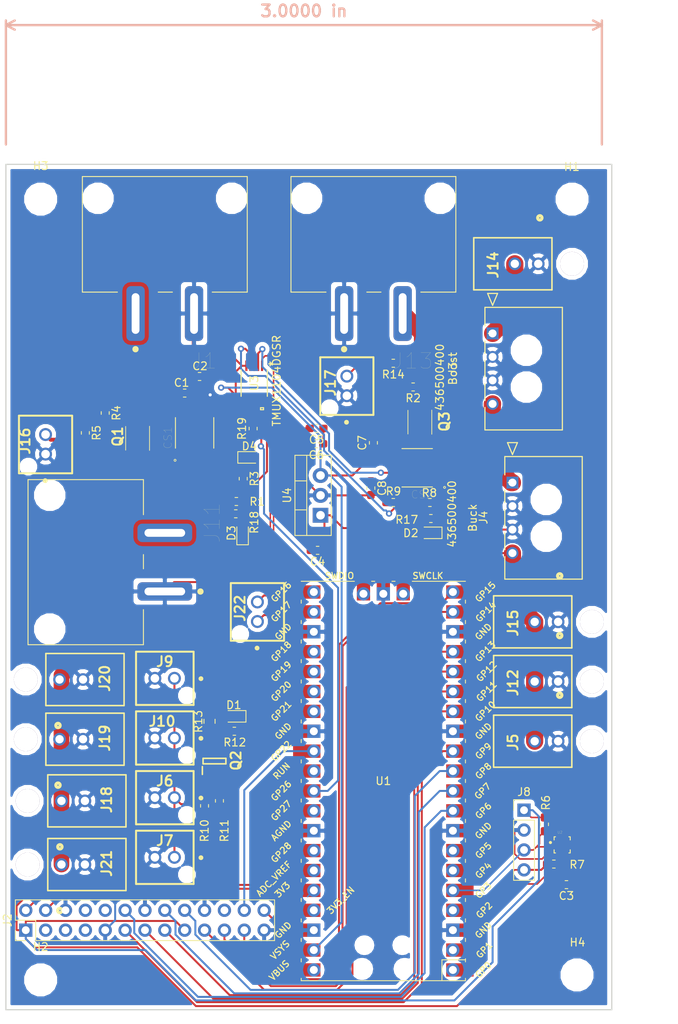
<source format=kicad_pcb>
(kicad_pcb (version 20171130) (host pcbnew "(5.0.2)-1")
  (layers (0 F.Cu signal) (31 B.Cu signal) (34 B.Paste user) (35 F.Paste user) (36 B.SilkS user) (37 F.SilkS user) (38 B.Mask user) (39 F.Mask user) (44 Edge.Cuts user))
  (net 0 "")
  (net 1 /leak_signal)
  (net 2 "Net-(Q2-Pad2)")
  (net 3 "Net-(Q2-Pad1)")
  (net 4 GND)
  (net 5 "Net-(C1-Pad1)")
  (net 6 /RV1)
  (net 7 /MOS1)
  (net 8 /MIN1)
  (net 9 /MOS2)
  (net 10 /MIN2)
  (net 11 /B1B)
  (net 12 "Net-(C8-Pad1)")
  (net 13 "Net-(Q3-Pad4)")
  (net 14 "Net-(J13-Pad1)")
  (net 15 "Net-(Q1-Pad4)")
  (net 16 "Net-(U1-Pad43)")
  (net 17 "Net-(U1-Pad41)")
  (net 18 /CTRL1)
  (net 19 /CTRL2)
  (net 20 /K1)
  (net 21 /K2)
  (net 22 /K3)
  (net 23 /TP_SO)
  (net 24 /CSB)
  (net 25 "Net-(U1-Pad30)")
  (net 26 /MOUT)
  (net 27 "Net-(U1-Pad32)")
  (net 28 "Net-(U1-Pad34)")
  (net 29 "Net-(U1-Pad35)")
  (net 30 /3.3V)
  (net 31 "Net-(U1-Pad37)")
  (net 32 /5V)
  (net 33 "Net-(U1-Pad40)")
  (net 34 /INT)
  (net 35 /LCD_CS)
  (net 36 /TP_CS)
  (net 37 /TP_IRQ)
  (net 38 /RS)
  (net 39 /RST)
  (net 40 /SI)
  (net 41 /SCK)
  (net 42 /SCL)
  (net 43 /SDA)
  (net 44 "Net-(U1-Pad2)")
  (net 45 "Net-(U1-Pad1)")
  (net 46 "Net-(J1-Pad2)")
  (net 47 /MIN4)
  (net 48 /MIN3)
  (net 49 /Buck_Out)
  (net 50 /BOOST_OUT)
  (net 51 /P)
  (net 52 "Net-(D1-Pad2)")
  (net 53 "Net-(D4-Pad2)")
  (net 54 "Net-(D3-Pad2)")
  (net 55 "Net-(D2-Pad2)")
  (net 56 "Net-(J17-Pad2)")
  (net 57 "Net-(J16-Pad2)")
  (net 58 "Net-(J2-Pad3)")
  (net 59 "Net-(J2-Pad5)")
  (net 60 "Net-(J2-Pad7)")
  (net 61 "Net-(J2-Pad8)")
  (net 62 "Net-(J2-Pad10)")
  (net 63 "Net-(J2-Pad22)")
  (net 64 /TX)
  (net 65 /RX)
  (net 66 "Net-(U1-Pad27)")
  (module MountingHole:MountingHole_3.2mm_M3 (layer F.Cu) (at 148.55952 51.51374)
    (fp_text reference H1 (at 0 -4.2) (layer F.SilkS))
    (fp_text value MountingHole)
    (pad 1 np_thru_hole circle (at 0 0) (size 3.2 3.2) (drill 3.2) (layers *.Cu *.Mask))
  )
  (module MountingHole:MountingHole_3.2mm_M3 (layer F.Cu) (at 80.63992 151.1173)
    (fp_text reference H2 (at 0 -4.2) (layer F.SilkS))
    (fp_text value MountingHole)
    (pad 1 np_thru_hole circle (at 0 0) (size 3.2 3.2) (drill 3.2) (layers *.Cu *.Mask))
  )
  (module MountingHole:MountingHole_3.2mm_M3 (layer F.Cu) (at 80.64754 51.3969)
    (fp_text reference H3 (at 0 -4.2) (layer F.SilkS))
    (fp_text value MountingHole)
    (pad 1 np_thru_hole circle (at 0 0) (size 3.2 3.2) (drill 3.2) (layers *.Cu *.Mask))
  )
  (module MountingHole:MountingHole_3.2mm_M3 (layer F.Cu) (at 149.28342 150.54072)
    (fp_text reference H4 (at 0 -4.2) (layer F.SilkS))
    (fp_text value MountingHole)
    (pad 1 np_thru_hole circle (at 0 0) (size 3.2 3.2) (drill 3.2) (layers *.Cu *.Mask))
  )
  (module battery_connector:molex_supersabre_1x2_172043-0201 (layer F.Cu) (at 96.52 66.04 180)
    (fp_text reference J1 (at -5.032625 -6.051505 180) (layer F.SilkS) (effects (font (size 2.001819 2.001819) (thickness 0.015))))
    (fp_text value IN1)
    (pad None np_thru_hole circle (at 8.545 14.715 180) (size 3 3) (drill 3) (layers *.Cu *.Mask))
    (pad None np_thru_hole circle (at -8.545 14.715 180) (size 3 3) (drill 3) (layers *.Cu *.Mask))
    (pad 1 thru_hole roundrect (at -3.74 0 180) (size 2.35 7) (drill oval 1 5.2) (layers *.Cu *.Mask) (net 4 GND))
    (pad 2 thru_hole roundrect (at 3.74 0 180) (size 2.35 7) (drill oval 1 5.2) (layers *.Cu *.Mask) (net 46 "Net-(J1-Pad2)"))
  )
  (module footprint:01x02 (layer F.Cu) (at 111.76 104.14 270)
    (fp_text reference J22 (at -0.46482 5.6261 270) (layer F.SilkS) (effects (font (size 1.27 1.27) (thickness 0.254))))
    (fp_text value Conn_01x02_Male hide)
    (pad 3 np_thru_hole circle (at 2.83 5.6 270) (size 1.25 0) (drill 1.25) (layers *.Cu *.Mask))
    (pad 2 thru_hole circle (at -1.27 3.4 270) (size 1.65 1.65) (drill 1.1) (layers *.Cu *.Mask) (net 64 /TX))
    (pad 1 thru_hole circle (at 1.23 3.4 270) (size 1.65 1.65) (drill 1.1) (layers *.Cu *.Mask) (net 65 /RX))
  )
  (module footprint:input (layer F.Cu) (at 78.982924 136.398 270)
    (fp_text reference J21 (at -0.147 -10.096 270) (layer F.SilkS) (effects (font (size 1.27 1.27) (thickness 0.254))))
    (fp_text value Battery_out hide)
    (pad 3 thru_hole circle (at 0 0 270) (size 3.05 3.05) (drill 3.05) (layers *.Cu *.Mask))
    (pad 2 thru_hole circle (at 0 -7.32 270) (size 1.62 1.62) (drill 1.07) (layers *.Cu *.Mask) (net 4 GND))
    (pad 1 thru_hole circle (at 0 -4.32 270) (size 1.62 1.62) (drill 1.07) (layers *.Cu *.Mask) (net 6 /RV1))
  )
  (module footprint:input (layer F.Cu) (at 78.982924 128.27 270)
    (fp_text reference J18 (at -0.147 -10.096 270) (layer F.SilkS) (effects (font (size 1.27 1.27) (thickness 0.254))))
    (fp_text value Battery_out hide)
    (pad 1 thru_hole circle (at 0 -4.32 270) (size 1.62 1.62) (drill 1.07) (layers *.Cu *.Mask) (net 6 /RV1))
    (pad 2 thru_hole circle (at 0 -7.32 270) (size 1.62 1.62) (drill 1.07) (layers *.Cu *.Mask) (net 4 GND))
    (pad 3 thru_hole circle (at 0 0 270) (size 3.05 3.05) (drill 3.05) (layers *.Cu *.Mask))
  )
  (module footprint:input (layer F.Cu) (at 78.74 120.396 270)
    (fp_text reference J19 (at -0.147 -10.096 270) (layer F.SilkS) (effects (font (size 1.27 1.27) (thickness 0.254))))
    (fp_text value Battery_out hide)
    (pad 3 thru_hole circle (at 0 0 270) (size 3.05 3.05) (drill 3.05) (layers *.Cu *.Mask))
    (pad 2 thru_hole circle (at 0 -7.32 270) (size 1.62 1.62) (drill 1.07) (layers *.Cu *.Mask) (net 4 GND))
    (pad 1 thru_hole circle (at 0 -4.32 270) (size 1.62 1.62) (drill 1.07) (layers *.Cu *.Mask) (net 6 /RV1))
  )
  (module footprint:input (layer F.Cu) (at 78.74 112.776 270)
    (fp_text reference J20 (at -0.147 -10.096 270) (layer F.SilkS) (effects (font (size 1.27 1.27) (thickness 0.254))))
    (fp_text value Battery_out hide)
    (pad 1 thru_hole circle (at 0 -4.32 270) (size 1.62 1.62) (drill 1.07) (layers *.Cu *.Mask) (net 6 /RV1))
    (pad 2 thru_hole circle (at 0 -7.32 270) (size 1.62 1.62) (drill 1.07) (layers *.Cu *.Mask) (net 4 GND))
    (pad 3 thru_hole circle (at 0 0 270) (size 3.05 3.05) (drill 3.05) (layers *.Cu *.Mask))
  )
  (module footprint:DGS10_TEX (layer F.Cu) (at 107.95 74.93 270)
    (fp_text reference U3 (at 0 0 270) (layer F.SilkS))
    (fp_text value TMUX1104DGSR (at -0.30734 -2.86766 270) (layer F.SilkS))
    (fp_text user * (at -2.47015 -2.4224 270) (layer F.SilkS))
    (fp_text user * (at -2.47015 -2.4224 270) (layer F.SilkS))
    (pad 10 smd rect (at 2.21615 -1.000001 270) (size 1.3335 0.2794) (layers F.Cu F.Paste F.Mask) (net 19 /CTRL2))
    (pad 9 smd rect (at 2.21615 -0.499999 270) (size 1.3335 0.2794) (layers F.Cu F.Paste F.Mask) (net 48 /MIN3))
    (pad 8 smd rect (at 2.21615 0 270) (size 1.3335 0.2794) (layers F.Cu F.Paste F.Mask) (net 26 /MOUT))
    (pad 7 smd rect (at 2.21615 0.499999 270) (size 1.3335 0.2794) (layers F.Cu F.Paste F.Mask) (net 8 /MIN1))
    (pad 6 smd rect (at 2.21615 1.000001 270) (size 1.3335 0.2794) (layers F.Cu F.Paste F.Mask) (net 32 /5V))
    (pad 5 smd rect (at -2.21615 1.000001 270) (size 1.3335 0.2794) (layers F.Cu F.Paste F.Mask) (net 32 /5V))
    (pad 4 smd rect (at -2.21615 0.499999 270) (size 1.3335 0.2794) (layers F.Cu F.Paste F.Mask) (net 47 /MIN4))
    (pad 3 smd rect (at -2.21615 0 270) (size 1.3335 0.2794) (layers F.Cu F.Paste F.Mask) (net 4 GND))
    (pad 2 smd rect (at -2.21615 -0.499999 270) (size 1.3335 0.2794) (layers F.Cu F.Paste F.Mask) (net 10 /MIN2))
    (pad 1 smd rect (at -2.21615 -1.000001 270) (size 1.3335 0.2794) (layers F.Cu F.Paste F.Mask) (net 18 /CTRL1))
  )
  (module Connector_PinHeader_2.54mm:PinHeader_1x04_P2.54mm_Vertical (layer F.Cu) (at 142.448606 129.458684)
    (fp_text reference J8 (at 0 -2.33) (layer F.SilkS))
    (fp_text value bmp388)
    (pad 1 thru_hole rect (at 0 0) (size 1.7 1.7) (drill 1) (layers *.Cu *.Mask) (net 30 /3.3V))
    (pad 2 thru_hole oval (at 0 2.54) (size 1.7 1.7) (drill 1) (layers *.Cu *.Mask) (net 4 GND))
    (pad 3 thru_hole oval (at 0 5.08) (size 1.7 1.7) (drill 1) (layers *.Cu *.Mask) (net 42 /SCL))
    (pad 4 thru_hole oval (at 0 7.62) (size 1.7 1.7) (drill 1) (layers *.Cu *.Mask) (net 43 /SDA))
  )
  (module Connector_PinHeader_2.54mm:PinHeader_2x13_P2.54mm_Vertical (layer F.Cu) (at 78.74 144.78 90)
    (fp_text reference J2 (at 1.27 -2.33 90) (layer F.SilkS))
    (fp_text value Conn_02x13_Odd_Even)
    (pad 26 thru_hole oval (at 2.54 30.48 90) (size 1.7 1.7) (drill 1) (layers *.Cu *.Mask) (net 36 /TP_CS))
    (pad 25 thru_hole oval (at 0 30.48 90) (size 1.7 1.7) (drill 1) (layers *.Cu *.Mask) (net 4 GND))
    (pad 24 thru_hole oval (at 2.54 27.94 90) (size 1.7 1.7) (drill 1) (layers *.Cu *.Mask) (net 35 /LCD_CS))
    (pad 23 thru_hole oval (at 0 27.94 90) (size 1.7 1.7) (drill 1) (layers *.Cu *.Mask) (net 41 /SCK))
    (pad 22 thru_hole oval (at 2.54 25.4 90) (size 1.7 1.7) (drill 1) (layers *.Cu *.Mask) (net 63 "Net-(J2-Pad22)"))
    (pad 21 thru_hole oval (at 0 25.4 90) (size 1.7 1.7) (drill 1) (layers *.Cu *.Mask) (net 23 /TP_SO))
    (pad 20 thru_hole oval (at 2.54 22.86 90) (size 1.7 1.7) (drill 1) (layers *.Cu *.Mask) (net 4 GND))
    (pad 19 thru_hole oval (at 0 22.86 90) (size 1.7 1.7) (drill 1) (layers *.Cu *.Mask) (net 40 /SI))
    (pad 18 thru_hole oval (at 2.54 20.32 90) (size 1.7 1.7) (drill 1) (layers *.Cu *.Mask) (net 22 /K3))
    (pad 17 thru_hole oval (at 0 20.32 90) (size 1.7 1.7) (drill 1) (layers *.Cu *.Mask) (net 30 /3.3V))
    (pad 16 thru_hole oval (at 2.54 17.78 90) (size 1.7 1.7) (drill 1) (layers *.Cu *.Mask) (net 21 /K2))
    (pad 15 thru_hole oval (at 0 17.78 90) (size 1.7 1.7) (drill 1) (layers *.Cu *.Mask) (net 38 /RS))
    (pad 14 thru_hole oval (at 2.54 15.24 90) (size 1.7 1.7) (drill 1) (layers *.Cu *.Mask) (net 4 GND))
    (pad 13 thru_hole oval (at 0 15.24 90) (size 1.7 1.7) (drill 1) (layers *.Cu *.Mask) (net 39 /RST))
    (pad 12 thru_hole oval (at 2.54 12.7 90) (size 1.7 1.7) (drill 1) (layers *.Cu *.Mask) (net 20 /K1))
    (pad 11 thru_hole oval (at 0 12.7 90) (size 1.7 1.7) (drill 1) (layers *.Cu *.Mask) (net 37 /TP_IRQ))
    (pad 10 thru_hole oval (at 2.54 10.16 90) (size 1.7 1.7) (drill 1) (layers *.Cu *.Mask) (net 62 "Net-(J2-Pad10)"))
    (pad 9 thru_hole oval (at 0 10.16 90) (size 1.7 1.7) (drill 1) (layers *.Cu *.Mask) (net 4 GND))
    (pad 8 thru_hole oval (at 2.54 7.62 90) (size 1.7 1.7) (drill 1) (layers *.Cu *.Mask) (net 61 "Net-(J2-Pad8)"))
    (pad 7 thru_hole oval (at 0 7.62 90) (size 1.7 1.7) (drill 1) (layers *.Cu *.Mask) (net 60 "Net-(J2-Pad7)"))
    (pad 6 thru_hole oval (at 2.54 5.08 90) (size 1.7 1.7) (drill 1) (layers *.Cu *.Mask) (net 4 GND))
    (pad 5 thru_hole oval (at 0 5.08 90) (size 1.7 1.7) (drill 1) (layers *.Cu *.Mask) (net 59 "Net-(J2-Pad5)"))
    (pad 4 thru_hole oval (at 2.54 2.54 90) (size 1.7 1.7) (drill 1) (layers *.Cu *.Mask) (net 32 /5V))
    (pad 3 thru_hole oval (at 0 2.54 90) (size 1.7 1.7) (drill 1) (layers *.Cu *.Mask) (net 58 "Net-(J2-Pad3)"))
    (pad 2 thru_hole oval (at 2.54 0 90) (size 1.7 1.7) (drill 1) (layers *.Cu *.Mask) (net 32 /5V))
    (pad 1 thru_hole rect (at 0 0 90) (size 1.7 1.7) (drill 1) (layers *.Cu *.Mask) (net 30 /3.3V))
  )
  (module footprint:01x02 (layer F.Cu) (at 84.6709 82.76082 270)
    (fp_text reference J16 (at -0.43942 6.02996 270) (layer F.SilkS) (effects (font (size 1.27 1.27) (thickness 0.254))))
    (fp_text value Conn_01x02_Male hide)
    (pad 3 np_thru_hole circle (at 2.83 5.6 270) (size 1.25 0) (drill 1.25) (layers *.Cu *.Mask))
    (pad 2 thru_hole circle (at -1.27 3.4 270) (size 1.65 1.65) (drill 1.1) (layers *.Cu *.Mask) (net 57 "Net-(J16-Pad2)"))
    (pad 1 thru_hole circle (at 1.23 3.4 270) (size 1.65 1.65) (drill 1.1) (layers *.Cu *.Mask) (net 4 GND))
  )
  (module footprint:01x02 (layer F.Cu) (at 123.19508 75.30592 270)
    (fp_text reference J17 (at -0.41148 5.49402 270) (layer F.SilkS) (effects (font (size 1.27 1.27) (thickness 0.254))))
    (fp_text value Conn_01x02_Male hide)
    (pad 1 thru_hole circle (at 1.23 3.4 270) (size 1.65 1.65) (drill 1.1) (layers *.Cu *.Mask) (net 4 GND))
    (pad 2 thru_hole circle (at -1.27 3.4 270) (size 1.65 1.65) (drill 1.1) (layers *.Cu *.Mask) (net 56 "Net-(J17-Pad2)"))
    (pad 3 np_thru_hole circle (at 2.83 5.6 270) (size 1.25 0) (drill 1.25) (layers *.Cu *.Mask))
  )
  (module footprint:input (layer F.Cu) (at 148.59 59.69 90)
    (fp_text reference J14 (at -0.147 -10.096 90) (layer F.SilkS) (effects (font (size 1.27 1.27) (thickness 0.254))))
    (fp_text value Boost_out hide)
    (pad 1 thru_hole circle (at 0 -4.32 90) (size 1.62 1.62) (drill 1.07) (layers *.Cu *.Mask) (net 4 GND))
    (pad 2 thru_hole circle (at 0 -7.32 90) (size 1.62 1.62) (drill 1.07) (layers *.Cu *.Mask) (net 50 /BOOST_OUT))
    (pad 3 thru_hole circle (at 0 0 90) (size 3.05 3.05) (drill 3.05) (layers *.Cu *.Mask))
  )
  (module footprint:input (layer F.Cu) (at 151.13 105.41 90)
    (fp_text reference J15 (at -0.147 -10.096 90) (layer F.SilkS) (effects (font (size 1.27 1.27) (thickness 0.254))))
    (fp_text value Buck_out hide)
    (pad 1 thru_hole circle (at 0 -4.32 90) (size 1.62 1.62) (drill 1.07) (layers *.Cu *.Mask) (net 4 GND))
    (pad 2 thru_hole circle (at 0 -7.32 90) (size 1.62 1.62) (drill 1.07) (layers *.Cu *.Mask) (net 49 /Buck_Out))
    (pad 3 thru_hole circle (at 0 0 90) (size 3.05 3.05) (drill 3.05) (layers *.Cu *.Mask))
  )
  (module footprint:input (layer F.Cu) (at 151.13 120.65 90)
    (fp_text reference J5 (at -0.147 -10.096 90) (layer F.SilkS) (effects (font (size 1.27 1.27) (thickness 0.254))))
    (fp_text value Buck_out hide)
    (pad 3 thru_hole circle (at 0 0 90) (size 3.05 3.05) (drill 3.05) (layers *.Cu *.Mask))
    (pad 2 thru_hole circle (at 0 -7.32 90) (size 1.62 1.62) (drill 1.07) (layers *.Cu *.Mask) (net 49 /Buck_Out))
    (pad 1 thru_hole circle (at 0 -4.32 90) (size 1.62 1.62) (drill 1.07) (layers *.Cu *.Mask) (net 4 GND))
  )
  (module footprint:input (layer F.Cu) (at 151.13 113.03 90)
    (fp_text reference J12 (at -0.147 -10.096 90) (layer F.SilkS) (effects (font (size 1.27 1.27) (thickness 0.254))))
    (fp_text value Buck_out hide)
    (pad 1 thru_hole circle (at 0 -4.32 90) (size 1.62 1.62) (drill 1.07) (layers *.Cu *.Mask) (net 4 GND))
    (pad 2 thru_hole circle (at 0 -7.32 90) (size 1.62 1.62) (drill 1.07) (layers *.Cu *.Mask) (net 49 /Buck_Out))
    (pad 3 thru_hole circle (at 0 0 90) (size 3.05 3.05) (drill 3.05) (layers *.Cu *.Mask))
  )
  (module Capacitor_SMD:C_0603_1608Metric_Pad1.05x0.95mm_HandSolder (layer F.Cu) (at 99.06 76.2)
    (fp_text reference C1 (at -0.3937 -1.32334) (layer F.SilkS))
    (fp_text value 1nF)
    (pad 2 smd roundrect (at 0.875 0) (size 1.05 0.95) (layers F.Cu F.Paste F.Mask) (net 4 GND))
    (pad 1 smd roundrect (at -0.875 0) (size 1.05 0.95) (layers F.Cu F.Paste F.Mask) (net 5 "Net-(C1-Pad1)"))
  )
  (module Capacitor_SMD:C_0603_1608Metric_Pad1.05x0.95mm_HandSolder (layer F.Cu) (at 100.96246 74.08164 180)
    (fp_text reference C2 (at -0.05588 1.32334 180) (layer F.SilkS))
    (fp_text value 0.1uF)
    (pad 1 smd roundrect (at -0.875 0 180) (size 1.05 0.95) (layers F.Cu F.Paste F.Mask) (net 32 /5V))
    (pad 2 smd roundrect (at 0.875 0 180) (size 1.05 0.95) (layers F.Cu F.Paste F.Mask) (net 4 GND))
  )
  (module Capacitor_SMD:C_0603_1608Metric_Pad1.05x0.95mm_HandSolder (layer F.Cu) (at 147.871506 138.965904 180)
    (fp_text reference C3 (at 0 -1.43 180) (layer F.SilkS))
    (fp_text value 100n)
    (pad 2 smd roundrect (at 0.875 0 180) (size 1.05 0.95) (layers F.Cu F.Paste F.Mask) (net 4 GND))
    (pad 1 smd roundrect (at -0.875 0 180) (size 1.05 0.95) (layers F.Cu F.Paste F.Mask) (net 30 /3.3V))
  )
  (module Capacitor_SMD:C_0603_1608Metric_Pad1.05x0.95mm_HandSolder (layer F.Cu) (at 116.05514 96.2787 180)
    (fp_text reference C4 (at 0 -1.43 180) (layer F.SilkS))
    (fp_text value 10u)
    (pad 1 smd roundrect (at -0.875 0 180) (size 1.05 0.95) (layers F.Cu F.Paste F.Mask) (net 49 /Buck_Out))
    (pad 2 smd roundrect (at 0.875 0 180) (size 1.05 0.95) (layers F.Cu F.Paste F.Mask) (net 4 GND))
  )
  (module Capacitor_SMD:C_0603_1608Metric_Pad1.05x0.95mm_HandSolder (layer F.Cu) (at 115.92306 80.71104 180)
    (fp_text reference C5 (at 0 -1.43 180) (layer F.SilkS))
    (fp_text value 10u)
    (pad 2 smd roundrect (at 0.875 0 180) (size 1.05 0.95) (layers F.Cu F.Paste F.Mask) (net 4 GND))
    (pad 1 smd roundrect (at -0.875 0 180) (size 1.05 0.95) (layers F.Cu F.Paste F.Mask) (net 32 /5V))
  )
  (module Capacitor_SMD:C_0603_1608Metric_Pad1.05x0.95mm_HandSolder (layer F.Cu) (at 115.89258 82.67192 180)
    (fp_text reference C6 (at 0 -1.43 180) (layer F.SilkS))
    (fp_text value 0.1u)
    (pad 1 smd roundrect (at -0.875 0 180) (size 1.05 0.95) (layers F.Cu F.Paste F.Mask) (net 32 /5V))
    (pad 2 smd roundrect (at 0.875 0 180) (size 1.05 0.95) (layers F.Cu F.Paste F.Mask) (net 4 GND))
  )
  (module Capacitor_SMD:C_0603_1608Metric_Pad1.05x0.95mm_HandSolder (layer F.Cu) (at 123.19 82.55 90)
    (fp_text reference C7 (at 0 -1.43 90) (layer F.SilkS))
    (fp_text value 0.1uF)
    (pad 2 smd roundrect (at 0.875 0 90) (size 1.05 0.95) (layers F.Cu F.Paste F.Mask) (net 4 GND))
    (pad 1 smd roundrect (at -0.875 0 90) (size 1.05 0.95) (layers F.Cu F.Paste F.Mask) (net 32 /5V))
  )
  (module Capacitor_SMD:C_0603_1608Metric_Pad1.05x0.95mm_HandSolder (layer F.Cu) (at 122.86488 88.33612 270)
    (fp_text reference C8 (at 0 -1.43 270) (layer F.SilkS))
    (fp_text value 1nF)
    (pad 1 smd roundrect (at -0.875 0 270) (size 1.05 0.95) (layers F.Cu F.Paste F.Mask) (net 12 "Net-(C8-Pad1)"))
    (pad 2 smd roundrect (at 0.875 0 270) (size 1.05 0.95) (layers F.Cu F.Paste F.Mask) (net 4 GND))
  )
  (module LED_SMD:LED_0603_1608Metric (layer F.Cu) (at 130.47472 94.0435 180)
    (fp_text reference D2 (at 2.5019 -0.03302 180) (layer F.SilkS))
    (fp_text value LED)
    (pad 2 smd roundrect (at 0.7875 0 180) (size 0.875 0.95) (layers F.Cu F.Paste F.Mask) (net 55 "Net-(D2-Pad2)"))
    (pad 1 smd roundrect (at -0.7875 0 180) (size 0.875 0.95) (layers F.Cu F.Paste F.Mask) (net 4 GND))
  )
  (module LED_SMD:LED_0603_1608Metric (layer F.Cu) (at 105.41 117.475 180)
    (fp_text reference D1 (at 0.06604 1.43764 180) (layer F.SilkS))
    (fp_text value LED)
    (pad 1 smd roundrect (at -0.7875 0 180) (size 0.875 0.95) (layers F.Cu F.Paste F.Mask) (net 4 GND))
    (pad 2 smd roundrect (at 0.7875 0 180) (size 0.875 0.95) (layers F.Cu F.Paste F.Mask) (net 52 "Net-(D1-Pad2)"))
  )
  (module LED_SMD:LED_0603_1608Metric (layer F.Cu) (at 107.33786 84.41182)
    (fp_text reference D4 (at 0 -1.43) (layer F.SilkS))
    (fp_text value LED)
    (pad 2 smd roundrect (at 0.7875 0) (size 0.875 0.95) (layers F.Cu F.Paste F.Mask) (net 53 "Net-(D4-Pad2)"))
    (pad 1 smd roundrect (at -0.7875 0) (size 0.875 0.95) (layers F.Cu F.Paste F.Mask) (net 4 GND))
  )
  (module LED_SMD:LED_0603_1608Metric (layer F.Cu) (at 106.4641 94.08414 90)
    (fp_text reference D3 (at 0 -1.43 90) (layer F.SilkS))
    (fp_text value LED)
    (pad 1 smd roundrect (at -0.7875 0 90) (size 0.875 0.95) (layers F.Cu F.Paste F.Mask) (net 4 GND))
    (pad 2 smd roundrect (at 0.7875 0 90) (size 0.875 0.95) (layers F.Cu F.Paste F.Mask) (net 54 "Net-(D3-Pad2)"))
  )
  (module Package_TO_SOT_THT:TO-220-3_Vertical (layer F.Cu) (at 116.42852 91.80068 90)
    (fp_text reference U4 (at 2.54 -4.27 90) (layer F.SilkS))
    (fp_text value LM7805_TO220)
    (pad 1 thru_hole rect (at 0 0 90) (size 1.905 2) (drill 1.1) (layers *.Cu *.Mask) (net 49 /Buck_Out))
    (pad 2 thru_hole oval (at 2.54 0 90) (size 1.905 2) (drill 1.1) (layers *.Cu *.Mask) (net 4 GND))
    (pad 3 thru_hole oval (at 5.08 0 90) (size 1.905 2) (drill 1.1) (layers *.Cu *.Mask) (net 32 /5V))
  )
  (module Resistor_SMD:R_0603_1608Metric_Pad1.05x0.95mm_HandSolder (layer F.Cu) (at 88.9 78.74 270)
    (fp_text reference R4 (at 0 -1.43 270) (layer F.SilkS))
    (fp_text value 10k)
    (pad 2 smd roundrect (at 0.875 0 270) (size 1.05 0.95) (layers F.Cu F.Paste F.Mask) (net 15 "Net-(Q1-Pad4)"))
    (pad 1 smd roundrect (at -0.875 0 270) (size 1.05 0.95) (layers F.Cu F.Paste F.Mask) (net 46 "Net-(J1-Pad2)"))
  )
  (module Resistor_SMD:R_0603_1608Metric_Pad1.05x0.95mm_HandSolder (layer F.Cu) (at 125.73 90.17)
    (fp_text reference R9 (at 0.022439 -1.423501) (layer F.SilkS))
    (fp_text value 10k)
    (pad 1 smd roundrect (at -0.875 0) (size 1.05 0.95) (layers F.Cu F.Paste F.Mask) (net 4 GND))
    (pad 2 smd roundrect (at 0.875 0) (size 1.05 0.95) (layers F.Cu F.Paste F.Mask) (net 47 /MIN4))
  )
  (module Resistor_SMD:R_0603_1608Metric_Pad1.05x0.95mm_HandSolder (layer F.Cu) (at 125.73 72.39 180)
    (fp_text reference R14 (at 0 -1.43 180) (layer F.SilkS))
    (fp_text value 20k)
    (pad 2 smd roundrect (at 0.875 0 180) (size 1.05 0.95) (layers F.Cu F.Paste F.Mask) (net 56 "Net-(J17-Pad2)"))
    (pad 1 smd roundrect (at -0.875 0 180) (size 1.05 0.95) (layers F.Cu F.Paste F.Mask) (net 13 "Net-(Q3-Pad4)"))
  )
  (module Resistor_SMD:R_0603_1608Metric_Pad1.05x0.95mm_HandSolder (layer F.Cu) (at 105.41 119.38)
    (fp_text reference R12 (at 0.05334 1.42494) (layer F.SilkS))
    (fp_text value 1k)
    (pad 1 smd roundrect (at -0.875 0) (size 1.05 0.95) (layers F.Cu F.Paste F.Mask) (net 1 /leak_signal))
    (pad 2 smd roundrect (at 0.875 0) (size 1.05 0.95) (layers F.Cu F.Paste F.Mask) (net 4 GND))
  )
  (module Resistor_SMD:R_0603_1608Metric_Pad1.05x0.95mm_HandSolder (layer F.Cu) (at 130.53822 92.21724)
    (fp_text reference R17 (at -3.08356 0.14732) (layer F.SilkS))
    (fp_text value .5k)
    (pad 2 smd roundrect (at 0.875 0) (size 1.05 0.95) (layers F.Cu F.Paste F.Mask) (net 11 /B1B))
    (pad 1 smd roundrect (at -0.875 0) (size 1.05 0.95) (layers F.Cu F.Paste F.Mask) (net 55 "Net-(D2-Pad2)"))
  )
  (module Resistor_SMD:R_0603_1608Metric_Pad1.05x0.95mm_HandSolder (layer F.Cu) (at 105.59158 91.61272 180)
    (fp_text reference R18 (at -2.35842 -1.09728 270) (layer F.SilkS))
    (fp_text value .5k)
    (pad 1 smd roundrect (at -0.875 0 180) (size 1.05 0.95) (layers F.Cu F.Paste F.Mask) (net 54 "Net-(D3-Pad2)"))
    (pad 2 smd roundrect (at 0.875 0 180) (size 1.05 0.95) (layers F.Cu F.Paste F.Mask) (net 6 /RV1))
  )
  (module Resistor_SMD:R_0603_1608Metric_Pad1.05x0.95mm_HandSolder (layer F.Cu) (at 107.8103 80.73136 90)
    (fp_text reference R19 (at 0 -1.43 90) (layer F.SilkS))
    (fp_text value .5k)
    (pad 2 smd roundrect (at 0.875 0 90) (size 1.05 0.95) (layers F.Cu F.Paste F.Mask) (net 26 /MOUT))
    (pad 1 smd roundrect (at -0.875 0 90) (size 1.05 0.95) (layers F.Cu F.Paste F.Mask) (net 53 "Net-(D4-Pad2)"))
  )
  (module Resistor_SMD:R_0603_1608Metric_Pad1.05x0.95mm_HandSolder (layer F.Cu) (at 105.66654 90.043)
    (fp_text reference R1 (at 2.65684 0.02032) (layer F.SilkS))
    (fp_text value 2k)
    (pad 1 smd roundrect (at -0.875 0) (size 1.05 0.95) (layers F.Cu F.Paste F.Mask) (net 6 /RV1))
    (pad 2 smd roundrect (at 0.875 0) (size 1.05 0.95) (layers F.Cu F.Paste F.Mask) (net 48 /MIN3))
  )
  (module Resistor_SMD:R_0603_1608Metric_Pad1.05x0.95mm_HandSolder (layer F.Cu) (at 86.36 81.28 270)
    (fp_text reference R5 (at 0 -1.43 270) (layer F.SilkS))
    (fp_text value 20k)
    (pad 2 smd roundrect (at 0.875 0 270) (size 1.05 0.95) (layers F.Cu F.Paste F.Mask) (net 57 "Net-(J16-Pad2)"))
    (pad 1 smd roundrect (at -0.875 0 270) (size 1.05 0.95) (layers F.Cu F.Paste F.Mask) (net 15 "Net-(Q1-Pad4)"))
  )
  (module Resistor_SMD:R_0603_1608Metric_Pad1.05x0.95mm_HandSolder (layer F.Cu) (at 145.064806 131.264624 90)
    (fp_text reference R6 (at 2.758404 0.177474 90) (layer F.SilkS))
    (fp_text value 4.7k)
    (pad 1 smd roundrect (at -0.875 0 90) (size 1.05 0.95) (layers F.Cu F.Paste F.Mask) (net 42 /SCL))
    (pad 2 smd roundrect (at 0.875 0 90) (size 1.05 0.95) (layers F.Cu F.Paste F.Mask) (net 30 /3.3V))
  )
  (module Resistor_SMD:R_0603_1608Metric_Pad1.05x0.95mm_HandSolder (layer F.Cu) (at 146.263686 136.339544)
    (fp_text reference R7 (at 2.974014 0.071156) (layer F.SilkS))
    (fp_text value 4.7k)
    (pad 2 smd roundrect (at 0.875 0) (size 1.05 0.95) (layers F.Cu F.Paste F.Mask) (net 30 /3.3V))
    (pad 1 smd roundrect (at -0.875 0) (size 1.05 0.95) (layers F.Cu F.Paste F.Mask) (net 43 /SDA))
  )
  (module Resistor_SMD:R_0603_1608Metric_Pad1.05x0.95mm_HandSolder (layer F.Cu) (at 130.415 90.17 180)
    (fp_text reference R8 (at 0.06982 1.22174 180) (layer F.SilkS))
    (fp_text value 2k)
    (pad 1 smd roundrect (at -0.875 0 180) (size 1.05 0.95) (layers F.Cu F.Paste F.Mask) (net 11 /B1B))
    (pad 2 smd roundrect (at 0.875 0 180) (size 1.05 0.95) (layers F.Cu F.Paste F.Mask) (net 47 /MIN4))
  )
  (module Resistor_SMD:R_0603_1608Metric_Pad1.05x0.95mm_HandSolder (layer F.Cu) (at 101.6 128.905 90)
    (fp_text reference R10 (at -3.175 0 90) (layer F.SilkS))
    (fp_text value 1k)
    (pad 2 smd roundrect (at 0.875 0 90) (size 1.05 0.95) (layers F.Cu F.Paste F.Mask) (net 3 "Net-(Q2-Pad1)"))
    (pad 1 smd roundrect (at -0.875 0 90) (size 1.05 0.95) (layers F.Cu F.Paste F.Mask) (net 51 /P))
  )
  (module Resistor_SMD:R_0603_1608Metric_Pad1.05x0.95mm_HandSolder (layer F.Cu) (at 128.27 75.41768 180)
    (fp_text reference R2 (at 0 -1.43 180) (layer F.SilkS))
    (fp_text value 10k)
    (pad 1 smd roundrect (at -0.875 0 180) (size 1.05 0.95) (layers F.Cu F.Paste F.Mask) (net 14 "Net-(J13-Pad1)"))
    (pad 2 smd roundrect (at 0.875 0 180) (size 1.05 0.95) (layers F.Cu F.Paste F.Mask) (net 13 "Net-(Q3-Pad4)"))
  )
  (module Resistor_SMD:R_0603_1608Metric_Pad1.05x0.95mm_HandSolder (layer F.Cu) (at 106.54538 87.12962 270)
    (fp_text reference R3 (at 0 -1.43 270) (layer F.SilkS))
    (fp_text value 10k)
    (pad 2 smd roundrect (at 0.875 0 270) (size 1.05 0.95) (layers F.Cu F.Paste F.Mask) (net 48 /MIN3))
    (pad 1 smd roundrect (at -0.875 0 270) (size 1.05 0.95) (layers F.Cu F.Paste F.Mask) (net 4 GND))
  )
  (module Resistor_SMD:R_0603_1608Metric_Pad1.05x0.95mm_HandSolder (layer F.Cu) (at 103.505 128.27 90)
    (fp_text reference R11 (at -3.81 0.635 90) (layer F.SilkS))
    (fp_text value 27k)
    (pad 1 smd roundrect (at -0.875 0 90) (size 1.05 0.95) (layers F.Cu F.Paste F.Mask) (net 3 "Net-(Q2-Pad1)"))
    (pad 2 smd roundrect (at 0.875 0 90) (size 1.05 0.95) (layers F.Cu F.Paste F.Mask) (net 2 "Net-(Q2-Pad2)"))
  )
  (module Resistor_SMD:R_0805_2012Metric_Pad1.15x1.40mm_HandSolder (layer F.Cu) (at 102.235 118.11 90)
    (fp_text reference R13 (at -0.02794 -1.43764 90) (layer F.SilkS))
    (fp_text value 240)
    (pad 1 smd roundrect (at -1.025 0 90) (size 1.15 1.4) (layers F.Cu F.Paste F.Mask) (roundrect_rratio 0.217391) (net 1 /leak_signal))
    (pad 2 smd roundrect (at 1.025 0 90) (size 1.15 1.4) (layers F.Cu F.Paste F.Mask) (roundrect_rratio 0.217391) (net 52 "Net-(D1-Pad2)"))
  )
  (module battery_connector:molex_supersabre_1x2_172043-0201 (layer F.Cu) (at 96.52 97.79 270)
    (fp_text reference J11 (at -5.032625 -6.051505 270) (layer F.SilkS) (effects (font (size 2.001819 2.001819) (thickness 0.015))))
    (fp_text value Battery_out)
    (pad None np_thru_hole circle (at 8.545 14.715 270) (size 3 3) (drill 3) (layers *.Cu *.Mask))
    (pad None np_thru_hole circle (at -8.545 14.715 270) (size 3 3) (drill 3) (layers *.Cu *.Mask))
    (pad 1 thru_hole roundrect (at -3.74 0 270) (size 2.35 7) (drill oval 1 5.2) (layers *.Cu *.Mask) (net 6 /RV1))
    (pad 2 thru_hole roundrect (at 3.74 0 270) (size 2.35 7) (drill oval 1 5.2) (layers *.Cu *.Mask) (net 4 GND))
  )
  (module battery_connector:molex_supersabre_1x2_172043-0201 (layer F.Cu) (at 123.19 66.04 180)
    (fp_text reference J13 (at -5.032625 -6.051505 180) (layer F.SilkS) (effects (font (size 2.001819 2.001819) (thickness 0.015))))
    (fp_text value IN2)
    (pad 2 thru_hole roundrect (at 3.74 0 180) (size 2.35 7) (drill oval 1 5.2) (layers *.Cu *.Mask) (net 4 GND))
    (pad 1 thru_hole roundrect (at -3.74 0 180) (size 2.35 7) (drill oval 1 5.2) (layers *.Cu *.Mask) (net 14 "Net-(J13-Pad1)"))
    (pad None np_thru_hole circle (at -8.545 14.715 180) (size 3 3) (drill 3) (layers *.Cu *.Mask))
    (pad None np_thru_hole circle (at 8.545 14.715 180) (size 3 3) (drill 3) (layers *.Cu *.Mask))
  )
  (module footprint:01x02 (layer F.Cu) (at 96.52 116.84)
    (fp_text reference J10 (at -0.34846 1.27) (layer F.SilkS) (effects (font (size 1.27 1.27) (thickness 0.254))))
    (fp_text value probe3 hide)
    (pad 1 thru_hole circle (at 1.23 3.4) (size 1.65 1.65) (drill 1.1) (layers *.Cu *.Mask) (net 51 /P))
    (pad 2 thru_hole circle (at -1.27 3.4) (size 1.65 1.65) (drill 1.1) (layers *.Cu *.Mask) (net 4 GND))
    (pad 3 np_thru_hole circle (at 2.83 5.6) (size 1.25 0) (drill 1.25) (layers *.Cu *.Mask))
  )
  (module footprint:01x02 (layer F.Cu) (at 96.52 109.22)
    (fp_text reference J9 (at 0 1.27) (layer F.SilkS) (effects (font (size 1.27 1.27) (thickness 0.254))))
    (fp_text value probe2 hide)
    (pad 3 np_thru_hole circle (at 2.83 5.6) (size 1.25 0) (drill 1.25) (layers *.Cu *.Mask))
    (pad 2 thru_hole circle (at -1.27 3.4) (size 1.65 1.65) (drill 1.1) (layers *.Cu *.Mask) (net 4 GND))
    (pad 1 thru_hole circle (at 1.23 3.4) (size 1.65 1.65) (drill 1.1) (layers *.Cu *.Mask) (net 51 /P))
  )
  (module footprint:01x02 (layer F.Cu) (at 96.52 124.46)
    (fp_text reference J6 (at 0 1.27) (layer F.SilkS) (effects (font (size 1.27 1.27) (thickness 0.254))))
    (fp_text value probe1 hide)
    (pad 1 thru_hole circle (at 1.23 3.4) (size 1.65 1.65) (drill 1.1) (layers *.Cu *.Mask) (net 51 /P))
    (pad 2 thru_hole circle (at -1.27 3.4) (size 1.65 1.65) (drill 1.1) (layers *.Cu *.Mask) (net 4 GND))
    (pad 3 np_thru_hole circle (at 2.83 5.6) (size 1.25 0) (drill 1.25) (layers *.Cu *.Mask))
  )
  (module footprint:01x02 (layer F.Cu) (at 96.52 132.08)
    (fp_text reference J7 (at 0 1.27) (layer F.SilkS) (effects (font (size 1.27 1.27) (thickness 0.254))))
    (fp_text value probe4 hide)
    (pad 1 thru_hole circle (at 1.23 3.4) (size 1.65 1.65) (drill 1.1) (layers *.Cu *.Mask) (net 51 /P))
    (pad 2 thru_hole circle (at -1.27 3.4) (size 1.65 1.65) (drill 1.1) (layers *.Cu *.Mask) (net 4 GND))
    (pad 3 np_thru_hole circle (at 2.83 5.6) (size 1.25 0) (drill 1.25) (layers *.Cu *.Mask))
  )
  (module footprint:CON_436500400_MOL (layer F.Cu) (at 138.43 68.58 90)
    (fp_text reference J3 (at -4.499999 -5.08 90) (layer F.SilkS))
    (fp_text value Boost (at -4.499999 -5.08 90) (layer F.SilkS))
    (fp_text user * (at 0 0 90) (layer F.SilkS))
    (fp_text user 436500400 (at -5.60832 -6.73862 90) (layer F.SilkS))
    (pad 1 thru_hole rect (at 0 0 90) (size 1.52 1.52) (drill 1.02) (layers *.Cu *.Mask) (net 50 /BOOST_OUT))
    (pad 2 thru_hole circle (at -2.999999 0 90) (size 1.52 1.52) (drill 1.02) (layers *.Cu *.Mask) (net 4 GND))
    (pad 3 thru_hole circle (at -5.999998 0 90) (size 1.52 1.52) (drill 1.02) (layers *.Cu *.Mask) (net 4 GND))
    (pad 4 thru_hole circle (at -8.999997 0 90) (size 1.52 1.52) (drill 1.02) (layers *.Cu *.Mask) (net 11 /B1B))
    (pad M1 np_thru_hole circle (at -2.150008 4.319999 90) (size 2.999999 2.999999) (drill 2.999999) (layers *.Cu *.Mask))
    (pad M2 np_thru_hole circle (at -6.849999 4.319999 90) (size 2.999999 2.999999) (drill 2.999999) (layers *.Cu *.Mask))
  )
  (module footprint:CON_436500400_MOL (layer F.Cu) (at 140.97 87.63 90)
    (fp_text reference J4 (at -4.46278 -3.71856 90) (layer F.SilkS))
    (fp_text value Buck (at -4.499999 -5.08 90) (layer F.SilkS))
    (fp_text user * (at 0 0 90) (layer F.SilkS))
    (fp_text user 436500400 (at -4.00558 -7.72668 90) (layer F.SilkS))
    (pad 1 thru_hole rect (at 0 0 90) (size 1.52 1.52) (drill 1.02) (layers *.Cu *.Mask) (net 11 /B1B))
    (pad 2 thru_hole circle (at -2.999999 0 90) (size 1.52 1.52) (drill 1.02) (layers *.Cu *.Mask) (net 4 GND))
    (pad 3 thru_hole circle (at -5.999998 0 90) (size 1.52 1.52) (drill 1.02) (layers *.Cu *.Mask) (net 4 GND))
    (pad 4 thru_hole circle (at -8.999997 0 90) (size 1.52 1.52) (drill 1.02) (layers *.Cu *.Mask) (net 49 /Buck_Out))
    (pad M1 np_thru_hole circle (at -2.150008 4.319999 90) (size 2.999999 2.999999) (drill 2.999999) (layers *.Cu *.Mask))
    (pad M2 np_thru_hole circle (at -6.849999 4.319999 90) (size 2.999999 2.999999) (drill 2.999999) (layers *.Cu *.Mask))
  )
  (module footprint:PQFN50P200X200X80-10N (layer F.Cu) (at 147.325406 133.888444)
    (fp_text reference U2 (at -0.284383 -1.605376) (layer F.SilkS) (effects (font (size 0.320434 0.320434) (thickness 0.015))))
    (fp_text value BMP388)
    (pad 10 smd rect (at -0.5 -0.765) (size 0.35 0.38) (layers F.Cu F.Paste F.Mask) (net 30 /3.3V))
    (pad 9 smd rect (at 0 -0.765) (size 0.35 0.38) (layers F.Cu F.Paste F.Mask) (net 4 GND))
    (pad 8 smd rect (at 0.5 -0.765) (size 0.35 0.38) (layers F.Cu F.Paste F.Mask) (net 4 GND))
    (pad 7 smd rect (at 0.765 -0.25) (size 0.35 0.38) (layers F.Cu F.Paste F.Mask) (net 34 /INT))
    (pad 6 smd rect (at 0.765 0.25) (size 0.35 0.38) (layers F.Cu F.Paste F.Mask) (net 24 /CSB))
    (pad 5 smd rect (at 0.5 0.765) (size 0.35 0.38) (layers F.Cu F.Paste F.Mask) (net 4 GND))
    (pad 4 smd rect (at 0 0.765) (size 0.35 0.38) (layers F.Cu F.Paste F.Mask) (net 43 /SDA))
    (pad 3 smd rect (at -0.5 0.765) (size 0.35 0.38) (layers F.Cu F.Paste F.Mask) (net 4 GND))
    (pad 2 smd rect (at -0.765 0.25) (size 0.35 0.38) (layers F.Cu F.Paste F.Mask) (net 42 /SCL))
    (pad 1 smd rect (at -0.765 -0.25) (size 0.35 0.38) (layers F.Cu F.Paste F.Mask) (net 30 /3.3V))
  )
  (module footprint:RPi_Pico_SMD_TH (layer F.Cu) (at 124.46 125.73 180)
    (fp_text reference U1 (at 0 0 180) (layer F.SilkS))
    (fp_text value Pico)
    (fp_text user SWDIO (at 5.6 26.2 180) (layer F.SilkS) (effects (font (size 0.8 0.8))))
    (fp_text user SWCLK (at -5.7 26.2 180) (layer F.SilkS) (effects (font (size 0.8 0.8))))
    (fp_text user AGND (at 13.054 -6.35 225) (layer F.SilkS) (effects (font (size 0.8 0.8))))
    (fp_text user GND (at 12.8 -19.05 225) (layer F.SilkS) (effects (font (size 0.8 0.8))))
    (fp_text user GND (at 12.8 6.35 225) (layer F.SilkS) (effects (font (size 0.8 0.8))))
    (fp_text user GND (at 12.8 19.05 225) (layer F.SilkS) (effects (font (size 0.8 0.8))))
    (fp_text user GND (at -12.8 19.05 225) (layer F.SilkS) (effects (font (size 0.8 0.8))))
    (fp_text user GND (at -12.8 6.35 225) (layer F.SilkS) (effects (font (size 0.8 0.8))))
    (fp_text user GND (at -12.8 -6.35 225) (layer F.SilkS) (effects (font (size 0.8 0.8))))
    (fp_text user GND (at -12.8 -19.05 225) (layer F.SilkS) (effects (font (size 0.8 0.8))))
    (fp_text user VBUS (at 13.3 -24.2 225) (layer F.SilkS) (effects (font (size 0.8 0.8))))
    (fp_text user VSYS (at 13.2 -21.59 225) (layer F.SilkS) (effects (font (size 0.8 0.8))))
    (fp_text user 3V3_EN (at 5.44322 -15.24254 225) (layer F.SilkS) (effects (font (size 0.8 0.8))))
    (fp_text user 3V3 (at 12.9 -13.9 225) (layer F.SilkS) (effects (font (size 0.8 0.8))))
    (fp_text user ADC_VREF (at 14 -12.5 225) (layer F.SilkS) (effects (font (size 0.8 0.8))))
    (fp_text user GP28 (at 13.054 -9.144 225) (layer F.SilkS) (effects (font (size 0.8 0.8))))
    (fp_text user GP27 (at 13.054 -3.8 225) (layer F.SilkS) (effects (font (size 0.8 0.8))))
    (fp_text user GP26 (at 13.054 -1.27 225) (layer F.SilkS) (effects (font (size 0.8 0.8))))
    (fp_text user RUN (at 13 1.27 225) (layer F.SilkS) (effects (font (size 0.8 0.8))))
    (fp_text user GP22 (at 13.054 3.81 225) (layer F.SilkS) (effects (font (size 0.8 0.8))))
    (fp_text user GP21 (at 13.054 8.9 225) (layer F.SilkS) (effects (font (size 0.8 0.8))))
    (fp_text user GP20 (at 13.054 11.43 225) (layer F.SilkS) (effects (font (size 0.8 0.8))))
    (fp_text user GP19 (at 13.054 13.97 225) (layer F.SilkS) (effects (font (size 0.8 0.8))))
    (fp_text user GP18 (at 13.054 16.51 225) (layer F.SilkS) (effects (font (size 0.8 0.8))))
    (fp_text user GP17 (at 13.054 21.59 225) (layer F.SilkS) (effects (font (size 0.8 0.8))))
    (fp_text user GP16 (at 13.054 24.13 225) (layer F.SilkS) (effects (font (size 0.8 0.8))))
    (fp_text user GP15 (at -13.054 24.13 225) (layer F.SilkS) (effects (font (size 0.8 0.8))))
    (fp_text user GP14 (at -13.1 21.59 225) (layer F.SilkS) (effects (font (size 0.8 0.8))))
    (fp_text user GP13 (at -13.054 16.51 225) (layer F.SilkS) (effects (font (size 0.8 0.8))))
    (fp_text user GP12 (at -13.2 13.97 225) (layer F.SilkS) (effects (font (size 0.8 0.8))))
    (fp_text user GP11 (at -13.2 11.43 225) (layer F.SilkS) (effects (font (size 0.8 0.8))))
    (fp_text user GP10 (at -13.054 8.89 225) (layer F.SilkS) (effects (font (size 0.8 0.8))))
    (fp_text user GP9 (at -12.8 3.81 225) (layer F.SilkS) (effects (font (size 0.8 0.8))))
    (fp_text user GP8 (at -12.8 1.27 225) (layer F.SilkS) (effects (font (size 0.8 0.8))))
    (fp_text user GP7 (at -12.7 -1.3 225) (layer F.SilkS) (effects (font (size 0.8 0.8))))
    (fp_text user GP6 (at -12.8 -3.81 225) (layer F.SilkS) (effects (font (size 0.8 0.8))))
    (fp_text user GP5 (at -12.8 -8.89 225) (layer F.SilkS) (effects (font (size 0.8 0.8))))
    (fp_text user GP4 (at -12.8 -11.43 225) (layer F.SilkS) (effects (font (size 0.8 0.8))))
    (fp_text user GP3 (at -12.8 -13.97 225) (layer F.SilkS) (effects (font (size 0.8 0.8))))
    (fp_text user GP0 (at -12.8 -24.13 225) (layer F.SilkS) (effects (font (size 0.8 0.8))))
    (fp_text user GP2 (at -12.9 -16.51 225) (layer F.SilkS) (effects (font (size 0.8 0.8))))
    (fp_text user GP1 (at -12.9 -21.6 225) (layer F.SilkS) (effects (font (size 0.8 0.8))))
    (pad 43 thru_hole oval (at 2.54 23.9 180) (size 1.7 1.7) (drill 1.02) (layers *.Cu *.Mask) (net 16 "Net-(U1-Pad43)"))
    (pad 43 smd rect (at 2.54 23.9 270) (size 3.5 1.7) (drill (offset -0.9 0)) (layers F.Cu F.Mask) (net 16 "Net-(U1-Pad43)"))
    (pad 42 thru_hole rect (at 0 23.9 180) (size 1.7 1.7) (drill 1.02) (layers *.Cu *.Mask) (net 4 GND))
    (pad 42 smd rect (at 0 23.9 270) (size 3.5 1.7) (drill (offset -0.9 0)) (layers F.Cu F.Mask) (net 4 GND))
    (pad 41 thru_hole oval (at -2.54 23.9 180) (size 1.7 1.7) (drill 1.02) (layers *.Cu *.Mask) (net 17 "Net-(U1-Pad41)"))
    (pad 41 smd rect (at -2.54 23.9 270) (size 3.5 1.7) (drill (offset -0.9 0)) (layers F.Cu F.Mask) (net 17 "Net-(U1-Pad41)"))
    (pad "" np_thru_hole oval (at 2.425 -20.97 180) (size 1.5 1.5) (drill 1.5) (layers *.Cu *.Mask))
    (pad "" np_thru_hole oval (at -2.425 -20.97 180) (size 1.5 1.5) (drill 1.5) (layers *.Cu *.Mask))
    (pad "" np_thru_hole oval (at 2.725 -24 180) (size 1.8 1.8) (drill 1.8) (layers *.Cu *.Mask))
    (pad "" np_thru_hole oval (at -2.725 -24 180) (size 1.8 1.8) (drill 1.8) (layers *.Cu *.Mask))
    (pad 21 smd rect (at 8.89 24.13 180) (size 3.5 1.7) (drill (offset 0.9 0)) (layers F.Cu F.Mask) (net 64 /TX))
    (pad 22 smd rect (at 8.89 21.59 180) (size 3.5 1.7) (drill (offset 0.9 0)) (layers F.Cu F.Mask) (net 65 /RX))
    (pad 23 smd rect (at 8.89 19.05 180) (size 3.5 1.7) (drill (offset 0.9 0)) (layers F.Cu F.Mask) (net 4 GND))
    (pad 24 smd rect (at 8.89 16.51 180) (size 3.5 1.7) (drill (offset 0.9 0)) (layers F.Cu F.Mask) (net 18 /CTRL1))
    (pad 25 smd rect (at 8.89 13.97 180) (size 3.5 1.7) (drill (offset 0.9 0)) (layers F.Cu F.Mask) (net 19 /CTRL2))
    (pad 26 smd rect (at 8.89 11.43 180) (size 3.5 1.7) (drill (offset 0.9 0)) (layers F.Cu F.Mask) (net 1 /leak_signal))
    (pad 27 smd rect (at 8.89 8.89 180) (size 3.5 1.7) (drill (offset 0.9 0)) (layers F.Cu F.Mask) (net 66 "Net-(U1-Pad27)"))
    (pad 28 smd rect (at 8.89 6.35 180) (size 3.5 1.7) (drill (offset 0.9 0)) (layers F.Cu F.Mask) (net 4 GND))
    (pad 29 smd rect (at 8.89 3.81 180) (size 3.5 1.7) (drill (offset 0.9 0)) (layers F.Cu F.Mask) (net 35 /LCD_CS))
    (pad 30 smd rect (at 8.89 1.27 180) (size 3.5 1.7) (drill (offset 0.9 0)) (layers F.Cu F.Mask) (net 25 "Net-(U1-Pad30)"))
    (pad 31 smd rect (at 8.89 -1.27 180) (size 3.5 1.7) (drill (offset 0.9 0)) (layers F.Cu F.Mask) (net 26 /MOUT))
    (pad 32 smd rect (at 8.89 -3.81 180) (size 3.5 1.7) (drill (offset 0.9 0)) (layers F.Cu F.Mask) (net 27 "Net-(U1-Pad32)"))
    (pad 33 smd rect (at 8.89 -6.35 180) (size 3.5 1.7) (drill (offset 0.9 0)) (layers F.Cu F.Mask) (net 4 GND))
    (pad 34 smd rect (at 8.89 -8.89 180) (size 3.5 1.7) (drill (offset 0.9 0)) (layers F.Cu F.Mask) (net 28 "Net-(U1-Pad34)"))
    (pad 35 smd rect (at 8.89 -11.43 180) (size 3.5 1.7) (drill (offset 0.9 0)) (layers F.Cu F.Mask) (net 29 "Net-(U1-Pad35)"))
    (pad 36 smd rect (at 8.89 -13.97 180) (size 3.5 1.7) (drill (offset 0.9 0)) (layers F.Cu F.Mask) (net 30 /3.3V))
    (pad 37 smd rect (at 8.89 -16.51 180) (size 3.5 1.7) (drill (offset 0.9 0)) (layers F.Cu F.Mask) (net 31 "Net-(U1-Pad37)"))
    (pad 38 smd rect (at 8.89 -19.05 180) (size 3.5 1.7) (drill (offset 0.9 0)) (layers F.Cu F.Mask) (net 4 GND))
    (pad 39 smd rect (at 8.89 -21.59 180) (size 3.5 1.7) (drill (offset 0.9 0)) (layers F.Cu F.Mask) (net 32 /5V))
    (pad 40 smd rect (at 8.89 -24.13 180) (size 3.5 1.7) (drill (offset 0.9 0)) (layers F.Cu F.Mask) (net 33 "Net-(U1-Pad40)"))
    (pad 20 smd rect (at -8.89 24.13 180) (size 3.5 1.7) (drill (offset -0.9 0)) (layers F.Cu F.Mask) (net 36 /TP_CS))
    (pad 19 smd rect (at -8.89 21.59 180) (size 3.5 1.7) (drill (offset -0.9 0)) (layers F.Cu F.Mask) (net 41 /SCK))
    (pad 18 smd rect (at -8.89 19.05 180) (size 3.5 1.7) (drill (offset -0.9 0)) (layers F.Cu F.Mask) (net 4 GND))
    (pad 17 smd rect (at -8.89 16.51 180) (size 3.5 1.7) (drill (offset -0.9 0)) (layers F.Cu F.Mask) (net 23 /TP_SO))
    (pad 16 smd rect (at -8.89 13.97 180) (size 3.5 1.7) (drill (offset -0.9 0)) (layers F.Cu F.Mask) (net 40 /SI))
    (pad 15 smd rect (at -8.89 11.43 180) (size 3.5 1.7) (drill (offset -0.9 0)) (layers F.Cu F.Mask) (net 38 /RS))
    (pad 14 smd rect (at -8.89 8.89 180) (size 3.5 1.7) (drill (offset -0.9 0)) (layers F.Cu F.Mask) (net 39 /RST))
    (pad 13 smd rect (at -8.89 6.35 180) (size 3.5 1.7) (drill (offset -0.9 0)) (layers F.Cu F.Mask) (net 4 GND))
    (pad 12 smd rect (at -8.89 3.81 180) (size 3.5 1.7) (drill (offset -0.9 0)) (layers F.Cu F.Mask) (net 37 /TP_IRQ))
    (pad 11 smd rect (at -8.89 1.27 180) (size 3.5 1.7) (drill (offset -0.9 0)) (layers F.Cu F.Mask) (net 22 /K3))
    (pad 10 smd rect (at -8.89 -1.27 180) (size 3.5 1.7) (drill (offset -0.9 0)) (layers F.Cu F.Mask) (net 21 /K2))
    (pad 9 smd rect (at -8.89 -3.81 180) (size 3.5 1.7) (drill (offset -0.9 0)) (layers F.Cu F.Mask) (net 20 /K1))
    (pad 8 smd rect (at -8.89 -6.35 180) (size 3.5 1.7) (drill (offset -0.9 0)) (layers F.Cu F.Mask) (net 4 GND))
    (pad 7 smd rect (at -8.89 -8.89 180) (size 3.5 1.7) (drill (offset -0.9 0)) (layers F.Cu F.Mask) (net 24 /CSB))
    (pad 6 smd rect (at -8.89 -11.43 180) (size 3.5 1.7) (drill (offset -0.9 0)) (layers F.Cu F.Mask) (net 34 /INT))
    (pad 5 smd rect (at -8.89 -13.97 180) (size 3.5 1.7) (drill (offset -0.9 0)) (layers F.Cu F.Mask) (net 42 /SCL))
    (pad 4 smd rect (at -8.89 -16.51 180) (size 3.5 1.7) (drill (offset -0.9 0)) (layers F.Cu F.Mask) (net 43 /SDA))
    (pad 3 smd rect (at -8.89 -19.05 180) (size 3.5 1.7) (drill (offset -0.9 0)) (layers F.Cu F.Mask) (net 4 GND))
    (pad 2 smd rect (at -8.89 -21.59 180) (size 3.5 1.7) (drill (offset -0.9 0)) (layers F.Cu F.Mask) (net 44 "Net-(U1-Pad2)"))
    (pad 1 smd rect (at -8.89 -24.13 180) (size 3.5 1.7) (drill (offset -0.9 0)) (layers F.Cu F.Mask) (net 45 "Net-(U1-Pad1)"))
    (pad 40 thru_hole oval (at 8.89 -24.13 180) (size 1.7 1.7) (drill 1.02) (layers *.Cu *.Mask) (net 33 "Net-(U1-Pad40)"))
    (pad 39 thru_hole oval (at 8.89 -21.59 180) (size 1.7 1.7) (drill 1.02) (layers *.Cu *.Mask) (net 32 /5V))
    (pad 38 thru_hole rect (at 8.89 -19.05 180) (size 1.7 1.7) (drill 1.02) (layers *.Cu *.Mask) (net 4 GND))
    (pad 37 thru_hole oval (at 8.89 -16.51 180) (size 1.7 1.7) (drill 1.02) (layers *.Cu *.Mask) (net 31 "Net-(U1-Pad37)"))
    (pad 36 thru_hole oval (at 8.89 -13.97 180) (size 1.7 1.7) (drill 1.02) (layers *.Cu *.Mask) (net 30 /3.3V))
    (pad 35 thru_hole oval (at 8.89 -11.43 180) (size 1.7 1.7) (drill 1.02) (layers *.Cu *.Mask) (net 29 "Net-(U1-Pad35)"))
    (pad 34 thru_hole oval (at 8.89 -8.89 180) (size 1.7 1.7) (drill 1.02) (layers *.Cu *.Mask) (net 28 "Net-(U1-Pad34)"))
    (pad 33 thru_hole rect (at 8.89 -6.35 180) (size 1.7 1.7) (drill 1.02) (layers *.Cu *.Mask) (net 4 GND))
    (pad 32 thru_hole oval (at 8.89 -3.81 180) (size 1.7 1.7) (drill 1.02) (layers *.Cu *.Mask) (net 27 "Net-(U1-Pad32)"))
    (pad 31 thru_hole oval (at 8.89 -1.27 180) (size 1.7 1.7) (drill 1.02) (layers *.Cu *.Mask) (net 26 /MOUT))
    (pad 30 thru_hole oval (at 8.89 1.27 180) (size 1.7 1.7) (drill 1.02) (layers *.Cu *.Mask) (net 25 "Net-(U1-Pad30)"))
    (pad 29 thru_hole oval (at 8.89 3.81 180) (size 1.7 1.7) (drill 1.02) (layers *.Cu *.Mask) (net 35 /LCD_CS))
    (pad 28 thru_hole rect (at 8.89 6.35 180) (size 1.7 1.7) (drill 1.02) (layers *.Cu *.Mask) (net 4 GND))
    (pad 27 thru_hole oval (at 8.89 8.89 180) (size 1.7 1.7) (drill 1.02) (layers *.Cu *.Mask) (net 66 "Net-(U1-Pad27)"))
    (pad 26 thru_hole oval (at 8.89 11.43 180) (size 1.7 1.7) (drill 1.02) (layers *.Cu *.Mask) (net 1 /leak_signal))
    (pad 25 thru_hole oval (at 8.89 13.97 180) (size 1.7 1.7) (drill 1.02) (layers *.Cu *.Mask) (net 19 /CTRL2))
    (pad 24 thru_hole oval (at 8.89 16.51 180) (size 1.7 1.7) (drill 1.02) (layers *.Cu *.Mask) (net 18 /CTRL1))
    (pad 23 thru_hole rect (at 8.89 19.05 180) (size 1.7 1.7) (drill 1.02) (layers *.Cu *.Mask) (net 4 GND))
    (pad 22 thru_hole oval (at 8.89 21.59 180) (size 1.7 1.7) (drill 1.02) (layers *.Cu *.Mask) (net 65 /RX))
    (pad 21 thru_hole oval (at 8.89 24.13 180) (size 1.7 1.7) (drill 1.02) (layers *.Cu *.Mask) (net 64 /TX))
    (pad 20 thru_hole oval (at -8.89 24.13 180) (size 1.7 1.7) (drill 1.02) (layers *.Cu *.Mask) (net 36 /TP_CS))
    (pad 19 thru_hole oval (at -8.89 21.59 180) (size 1.7 1.7) (drill 1.02) (layers *.Cu *.Mask) (net 41 /SCK))
    (pad 18 thru_hole rect (at -8.89 19.05 180) (size 1.7 1.7) (drill 1.02) (layers *.Cu *.Mask) (net 4 GND))
    (pad 17 thru_hole oval (at -8.89 16.51 180) (size 1.7 1.7) (drill 1.02) (layers *.Cu *.Mask) (net 23 /TP_SO))
    (pad 16 thru_hole oval (at -8.89 13.97 180) (size 1.7 1.7) (drill 1.02) (layers *.Cu *.Mask) (net 40 /SI))
    (pad 15 thru_hole oval (at -8.89 11.43 180) (size 1.7 1.7) (drill 1.02) (layers *.Cu *.Mask) (net 38 /RS))
    (pad 14 thru_hole oval (at -8.89 8.89 180) (size 1.7 1.7) (drill 1.02) (layers *.Cu *.Mask) (net 39 /RST))
    (pad 13 thru_hole rect (at -8.89 6.35 180) (size 1.7 1.7) (drill 1.02) (layers *.Cu *.Mask) (net 4 GND))
    (pad 12 thru_hole oval (at -8.89 3.81 180) (size 1.7 1.7) (drill 1.02) (layers *.Cu *.Mask) (net 37 /TP_IRQ))
    (pad 11 thru_hole oval (at -8.89 1.27 180) (size 1.7 1.7) (drill 1.02) (layers *.Cu *.Mask) (net 22 /K3))
    (pad 10 thru_hole oval (at -8.89 -1.27 180) (size 1.7 1.7) (drill 1.02) (layers *.Cu *.Mask) (net 21 /K2))
    (pad 9 thru_hole oval (at -8.89 -3.81 180) (size 1.7 1.7) (drill 1.02) (layers *.Cu *.Mask) (net 20 /K1))
    (pad 8 thru_hole rect (at -8.89 -6.35 180) (size 1.7 1.7) (drill 1.02) (layers *.Cu *.Mask) (net 4 GND))
    (pad 7 thru_hole oval (at -8.89 -8.89 180) (size 1.7 1.7) (drill 1.02) (layers *.Cu *.Mask) (net 24 /CSB))
    (pad 6 thru_hole oval (at -8.89 -11.43 180) (size 1.7 1.7) (drill 1.02) (layers *.Cu *.Mask) (net 34 /INT))
    (pad 5 thru_hole oval (at -8.89 -13.97 180) (size 1.7 1.7) (drill 1.02) (layers *.Cu *.Mask) (net 42 /SCL))
    (pad 4 thru_hole oval (at -8.89 -16.51 180) (size 1.7 1.7) (drill 1.02) (layers *.Cu *.Mask) (net 43 /SDA))
    (pad 3 thru_hole rect (at -8.89 -19.05 180) (size 1.7 1.7) (drill 1.02) (layers *.Cu *.Mask) (net 4 GND))
    (pad 2 thru_hole oval (at -8.89 -21.59 180) (size 1.7 1.7) (drill 1.02) (layers *.Cu *.Mask) (net 44 "Net-(U1-Pad2)"))
    (pad 1 thru_hole oval (at -8.89 -24.13 180) (size 1.7 1.7) (drill 1.02) (layers *.Cu *.Mask) (net 45 "Net-(U1-Pad1)"))
  )
  (module footprint:SIS862DNT1GE3 (layer F.Cu) (at 93.04 81.959 270)
    (fp_text reference Q1 (at -0.21418 2.54996 270) (layer F.SilkS) (effects (font (size 1.27 1.27) (thickness 0.254))))
    (fp_text value SIS427EDN-T1-GE3 hide)
    (pad 1 smd rect (at -1.555 -0.992) (size 0.405 0.99) (layers F.Cu F.Paste F.Mask) (net 46 "Net-(J1-Pad2)"))
    (pad 2 smd rect (at -1.555 -0.332) (size 0.405 0.99) (layers F.Cu F.Paste F.Mask) (net 46 "Net-(J1-Pad2)"))
    (pad 3 smd rect (at -1.555 0.328) (size 0.405 0.99) (layers F.Cu F.Paste F.Mask) (net 46 "Net-(J1-Pad2)"))
    (pad 4 smd rect (at -1.555 0.988) (size 0.405 0.99) (layers F.Cu F.Paste F.Mask) (net 15 "Net-(Q1-Pad4)"))
    (pad 5 smd rect (at 1.555 0.988) (size 0.405 0.51) (layers F.Cu F.Paste F.Mask) (net 7 /MOS1))
    (pad 6 smd rect (at 1.555 0.328) (size 0.405 0.51) (layers F.Cu F.Paste F.Mask) (net 7 /MOS1))
    (pad 7 smd rect (at 1.555 -0.332) (size 0.405 0.51) (layers F.Cu F.Paste F.Mask) (net 7 /MOS1))
    (pad 8 smd rect (at 1.555 -0.992) (size 0.405 0.51) (layers F.Cu F.Paste F.Mask) (net 7 /MOS1))
    (pad 9 smd rect (at 0.438 -0.002 270) (size 1.725 2.235) (layers F.Cu F.Paste F.Mask) (net 7 /MOS1))
    (pad 10 smd rect (at 1.175 1.156) (size 0.077 0.25) (layers F.Cu F.Paste F.Mask) (net 7 /MOS1))
    (pad 11 smd rect (at 1.175 -1.156) (size 0.077 0.25) (layers F.Cu F.Paste F.Mask) (net 7 /MOS1))
  )
  (module footprint:SIS862DNT1GE3 (layer F.Cu) (at 129.12852 79.89824 270)
    (fp_text reference Q3 (at -0.06604 -3.1369 270) (layer F.SilkS) (effects (font (size 1.27 1.27) (thickness 0.254))))
    (fp_text value SIS427EDN-T1-GE3 hide)
    (pad 11 smd rect (at 1.175 -1.156) (size 0.077 0.25) (layers F.Cu F.Paste F.Mask) (net 9 /MOS2))
    (pad 10 smd rect (at 1.175 1.156) (size 0.077 0.25) (layers F.Cu F.Paste F.Mask) (net 9 /MOS2))
    (pad 9 smd rect (at 0.438 -0.002 270) (size 1.725 2.235) (layers F.Cu F.Paste F.Mask) (net 9 /MOS2))
    (pad 8 smd rect (at 1.555 -0.992) (size 0.405 0.51) (layers F.Cu F.Paste F.Mask) (net 9 /MOS2))
    (pad 7 smd rect (at 1.555 -0.332) (size 0.405 0.51) (layers F.Cu F.Paste F.Mask) (net 9 /MOS2))
    (pad 6 smd rect (at 1.555 0.328) (size 0.405 0.51) (layers F.Cu F.Paste F.Mask) (net 9 /MOS2))
    (pad 5 smd rect (at 1.555 0.988) (size 0.405 0.51) (layers F.Cu F.Paste F.Mask) (net 9 /MOS2))
    (pad 4 smd rect (at -1.555 0.988) (size 0.405 0.99) (layers F.Cu F.Paste F.Mask) (net 13 "Net-(Q3-Pad4)"))
    (pad 3 smd rect (at -1.555 0.328) (size 0.405 0.99) (layers F.Cu F.Paste F.Mask) (net 14 "Net-(J13-Pad1)"))
    (pad 2 smd rect (at -1.555 -0.332) (size 0.405 0.99) (layers F.Cu F.Paste F.Mask) (net 14 "Net-(J13-Pad1)"))
    (pad 1 smd rect (at -1.555 -0.992) (size 0.405 0.99) (layers F.Cu F.Paste F.Mask) (net 14 "Net-(J13-Pad1)"))
  )
  (module footprint:SOIC127P600X175-8N (layer F.Cu) (at 128.78816 85.7377 180)
    (fp_text reference CS2 (at -0.631685 -3.419155 180) (layer F.SilkS) (effects (font (size 1.002685 1.002685) (thickness 0.015))))
    (fp_text value ACS712ELCTR-30A-T)
    (pad 2 smd rect (at -2.7 -0.635 180) (size 1.55 0.6) (layers F.Cu F.Paste F.Mask) (net 9 /MOS2))
    (pad 7 smd rect (at 2.7 -0.635 180) (size 1.55 0.6) (layers F.Cu F.Paste F.Mask) (net 10 /MIN2))
    (pad 1 smd rect (at -2.7 -1.905 180) (size 1.55 0.6) (layers F.Cu F.Paste F.Mask) (net 9 /MOS2))
    (pad 3 smd rect (at -2.7 0.635 180) (size 1.55 0.6) (layers F.Cu F.Paste F.Mask) (net 11 /B1B))
    (pad 4 smd rect (at -2.7 1.905 180) (size 1.55 0.6) (layers F.Cu F.Paste F.Mask) (net 11 /B1B))
    (pad 8 smd rect (at 2.7 -1.905 180) (size 1.55 0.6) (layers F.Cu F.Paste F.Mask) (net 12 "Net-(C8-Pad1)"))
    (pad 6 smd rect (at 2.7 0.635 180) (size 1.55 0.6) (layers F.Cu F.Paste F.Mask) (net 32 /5V))
    (pad 5 smd rect (at 2.7 1.905 180) (size 1.55 0.6) (layers F.Cu F.Paste F.Mask) (net 4 GND))
  )
  (module footprint:SOIC127P600X175-8N (layer F.Cu) (at 100.33 81.28 90)
    (fp_text reference CS1 (at -0.631685 -3.419155 90) (layer F.SilkS) (effects (font (size 1.002685 1.002685) (thickness 0.015))))
    (fp_text value ACS712ELCTR-30A-T)
    (pad 5 smd rect (at 2.7 1.905 90) (size 1.55 0.6) (layers F.Cu F.Paste F.Mask) (net 4 GND))
    (pad 6 smd rect (at 2.7 0.635 90) (size 1.55 0.6) (layers F.Cu F.Paste F.Mask) (net 32 /5V))
    (pad 8 smd rect (at 2.7 -1.905 90) (size 1.55 0.6) (layers F.Cu F.Paste F.Mask) (net 5 "Net-(C1-Pad1)"))
    (pad 4 smd rect (at -2.7 1.905 90) (size 1.55 0.6) (layers F.Cu F.Paste F.Mask) (net 6 /RV1))
    (pad 3 smd rect (at -2.7 0.635 90) (size 1.55 0.6) (layers F.Cu F.Paste F.Mask) (net 6 /RV1))
    (pad 1 smd rect (at -2.7 -1.905 90) (size 1.55 0.6) (layers F.Cu F.Paste F.Mask) (net 7 /MOS1))
    (pad 7 smd rect (at 2.7 -0.635 90) (size 1.55 0.6) (layers F.Cu F.Paste F.Mask) (net 8 /MIN1))
    (pad 2 smd rect (at -2.7 -0.635 90) (size 1.55 0.6) (layers F.Cu F.Paste F.Mask) (net 7 /MOS1))
  )
  (module footprint:SOT95P240X120-3N (layer F.Cu) (at 102.87 123.19 90)
    (fp_text reference Q2 (at 0.07366 2.75336 90) (layer F.SilkS) (effects (font (size 1.27 1.27) (thickness 0.254))))
    (fp_text value MMBT3906 hide)
    (pad 3 smd rect (at 1.2 0 180) (size 0.7 1) (layers F.Cu F.Paste F.Mask) (net 1 /leak_signal))
    (pad 2 smd rect (at -1.2 0.95 180) (size 0.7 1) (layers F.Cu F.Paste F.Mask) (net 2 "Net-(Q2-Pad2)"))
    (pad 1 smd rect (at -1.2 -0.95 180) (size 0.7 1) (layers F.Cu F.Paste F.Mask) (net 3 "Net-(Q2-Pad1)"))
  )
  (gr_line (start 76.2 46.99) (end 76.2 154.94) (layer Edge.Cuts) (width 0.15))
  (gr_line (start 153.67 46.99) (end 76.2 46.99) (layer Edge.Cuts) (width 0.15))
  (gr_line (start 153.67 154.94) (end 153.67 46.99) (layer Edge.Cuts) (width 0.15))
  (gr_line (start 76.2 154.94) (end 153.67 154.94) (layer Edge.Cuts) (width 0.15))
  (dimension 76.2 (width 0.3) (layer B.SilkS) (gr_text "76.200 mm" (at 114.3 27.11) (layer B.SilkS) (effects (font (size 1.5 1.5) (thickness 0.3)))) (feature1 (pts (xy 152.4 44.45) (xy 152.4 28.623579))) (feature2 (pts (xy 76.2 44.45) (xy 76.2 28.623579))) (crossbar (pts (xy 76.2 29.21) (xy 152.4 29.21))) (arrow1a (pts (xy 152.4 29.21) (xy 151.273496 29.796421))) (arrow1b (pts (xy 152.4 29.21) (xy 151.273496 28.623579))) (arrow2a (pts (xy 76.2 29.21) (xy 77.326504 29.796421))) (arrow2b (pts (xy 76.2 29.21) (xy 77.326504 28.623579))))
  (segment (start 104.29 119.135) (end 104.535 119.38) (width 0.25) (layer F.Cu) (net 1))
  (segment (start 102.235 119.135) (end 104.29 119.135) (width 0.25) (layer F.Cu) (net 1))
  (segment (start 102.235 119.135) (end 102.235 120.41632) (width 0.25) (layer F.Cu) (net 1))
  (segment (start 102.87 121.05132) (end 102.87 121.99) (width 0.25) (layer F.Cu) (net 1))
  (segment (start 102.235 120.41632) (end 102.87 121.05132) (width 0.25) (layer F.Cu) (net 1))
  (segment (start 102.235 119.135) (end 100.88372 117.78372) (width 0.25) (layer F.Cu) (net 1))
  (segment (start 100.88372 116.84809) (end 100.88626 116.84555) (width 0.25) (layer F.Cu) (net 1))
  (segment (start 100.88372 117.78372) (end 100.88372 116.84809) (width 0.25) (layer F.Cu) (net 1))
  (segment (start 100.88626 116.84555) (end 100.88626 115.87988) (width 0.25) (layer F.Cu) (net 1))
  (segment (start 102.46614 114.3) (end 115.57 114.3) (width 0.25) (layer F.Cu) (net 1))
  (segment (start 100.88626 115.87988) (end 102.46614 114.3) (width 0.25) (layer F.Cu) (net 1))
  (segment (start 103.505 124.705) (end 103.82 124.39) (width 0.25) (layer F.Cu) (net 2))
  (segment (start 103.505 127.395) (end 103.505 124.705) (width 0.25) (layer F.Cu) (net 2))
  (segment (start 101.6 124.71) (end 101.92 124.39) (width 0.25) (layer F.Cu) (net 3))
  (segment (start 101.6 128.03) (end 101.6 124.71) (width 0.25) (layer F.Cu) (net 3))
  (segment (start 102.715 129.145) (end 101.6 128.03) (width 0.25) (layer F.Cu) (net 3))
  (segment (start 103.505 129.145) (end 102.715 129.145) (width 0.25) (layer F.Cu) (net 3))
  (segment (start 142.448606 131.998684) (end 141.246525 131.998684) (width 0.2) (layer F.Cu) (net 4))
  (segment (start 146.450406 134.653444) (end 146.825406 134.653444) (width 0.2) (layer F.Cu) (net 4))
  (segment (start 145.78963 134.653444) (end 146.450406 134.653444) (width 0.2) (layer F.Cu) (net 4))
  (segment (start 144.754389 135.688685) (end 145.78963 134.653444) (width 0.2) (layer F.Cu) (net 4))
  (segment (start 141.896605 135.688685) (end 144.754389 135.688685) (width 0.2) (layer F.Cu) (net 4))
  (segment (start 141.246525 135.038605) (end 141.896605 135.688685) (width 0.2) (layer F.Cu) (net 4))
  (segment (start 141.246525 131.998684) (end 141.246525 135.038605) (width 0.2) (layer F.Cu) (net 4))
  (segment (start 146.601816 135.564534) (end 146.213696 135.952654) (width 0.2) (layer F.Cu) (net 4))
  (segment (start 147.385017 135.564534) (end 146.601816 135.564534) (width 0.2) (layer F.Cu) (net 4))
  (segment (start 147.825406 134.653444) (end 147.825406 135.124145) (width 0.2) (layer F.Cu) (net 4))
  (segment (start 147.825406 135.124145) (end 147.385017 135.564534) (width 0.2) (layer F.Cu) (net 4))
  (segment (start 146.213696 136.79969) (end 144.133842 138.879544) (width 0.2) (layer F.Cu) (net 4))
  (segment (start 146.213696 135.952654) (end 146.213696 136.79969) (width 0.2) (layer F.Cu) (net 4))
  (segment (start 146.996506 138.390904) (end 148.244886 137.142524) (width 0.25) (layer F.Cu) (net 4))
  (segment (start 146.996506 138.965904) (end 146.996506 138.390904) (width 0.25) (layer F.Cu) (net 4))
  (segment (start 147.825406 135.093444) (end 147.825406 134.653444) (width 0.25) (layer F.Cu) (net 4))
  (segment (start 148.244886 135.512924) (end 147.825406 135.093444) (width 0.25) (layer F.Cu) (net 4))
  (segment (start 148.244886 137.142524) (end 148.244886 135.512924) (width 0.25) (layer F.Cu) (net 4))
  (segment (start 126.08816 83.2827) (end 126.08816 83.8327) (width 0.25) (layer F.Cu) (net 4))
  (segment (start 124.48046 81.675) (end 126.08816 83.2827) (width 0.25) (layer F.Cu) (net 4))
  (segment (start 123.19 81.675) (end 124.48046 81.675) (width 0.25) (layer F.Cu) (net 4))
  (segment (start 122.81532 89.26068) (end 122.86488 89.21112) (width 0.25) (layer F.Cu) (net 4))
  (segment (start 116.42852 89.26068) (end 122.81532 89.26068) (width 0.25) (layer F.Cu) (net 4))
  (segment (start 123.89612 89.21112) (end 124.855 90.17) (width 0.25) (layer F.Cu) (net 4))
  (segment (start 122.86488 89.21112) (end 123.89612 89.21112) (width 0.25) (layer F.Cu) (net 4))
  (segment (start 114.42306 80.71104) (end 113.86312 81.27098) (width 0.25) (layer F.Cu) (net 4))
  (segment (start 115.04806 80.71104) (end 114.42306 80.71104) (width 0.25) (layer F.Cu) (net 4))
  (segment (start 116.38102 89.26068) (end 116.42852 89.26068) (width 0.25) (layer F.Cu) (net 4))
  (segment (start 113.86312 86.74278) (end 116.38102 89.26068) (width 0.25) (layer F.Cu) (net 4))
  (segment (start 113.86312 81.27098) (end 113.86312 86.74278) (width 0.25) (layer F.Cu) (net 4))
  (segment (start 113.86312 83.82638) (end 113.86312 86.74278) (width 0.25) (layer F.Cu) (net 4))
  (segment (start 115.01758 82.67192) (end 113.86312 83.82638) (width 0.25) (layer F.Cu) (net 4))
  (segment (start 115.17852 89.26068) (end 114.13744 90.30176) (width 0.25) (layer F.Cu) (net 4))
  (segment (start 116.42852 89.26068) (end 115.17852 89.26068) (width 0.25) (layer F.Cu) (net 4))
  (segment (start 114.13744 95.236) (end 115.18014 96.2787) (width 0.25) (layer F.Cu) (net 4))
  (segment (start 114.13744 90.30176) (end 114.13744 95.236) (width 0.25) (layer F.Cu) (net 4))
  (segment (start 104.58196 66.04) (end 100.26 66.04) (width 0.25) (layer F.Cu) (net 4))
  (segment (start 104.57815 66.04381) (end 104.58196 66.04) (width 0.25) (layer F.Cu) (net 4))
  (segment (start 107.95508 69.42074) (end 104.57815 66.04381) (width 0.25) (layer F.Cu) (net 4))
  (segment (start 107.95508 71.146818) (end 107.95508 69.42074) (width 0.25) (layer F.Cu) (net 4))
  (segment (start 107.95 72.71385) (end 107.95 71.151898) (width 0.25) (layer F.Cu) (net 4))
  (segment (start 107.95 71.151898) (end 107.95508 71.146818) (width 0.25) (layer F.Cu) (net 4))
  (segment (start 99.935 74.2341) (end 100.08746 74.08164) (width 0.25) (layer F.Cu) (net 4))
  (segment (start 99.935 76.2) (end 99.935 74.2341) (width 0.25) (layer F.Cu) (net 4))
  (segment (start 100.08746 66.21254) (end 100.26 66.04) (width 0.25) (layer F.Cu) (net 4))
  (segment (start 100.08746 74.08164) (end 100.08746 66.21254) (width 0.25) (layer F.Cu) (net 4))
  (segment (start 123.19 79.93084) (end 119.79508 76.53592) (width 0.25) (layer F.Cu) (net 4))
  (segment (start 123.19 81.675) (end 123.19 79.93084) (width 0.25) (layer F.Cu) (net 4))
  (via (at 102.31882 76.42606) (size 0.8) (drill 0.4) (layers F.Cu B.Cu) (net 4))
  (segment (start 102.235 78.58) (end 102.235 76.50988) (width 0.25) (layer F.Cu) (net 4))
  (segment (start 102.235 76.50988) (end 102.31882 76.42606) (width 0.25) (layer F.Cu) (net 4))
  (segment (start 138.016498 94.0435) (end 138.43 93.629998) (width 0.25) (layer F.Cu) (net 4))
  (segment (start 131.26222 94.0435) (end 138.016498 94.0435) (width 0.25) (layer F.Cu) (net 4))
  (segment (start 147.325406 133.123444) (end 147.325406 132.102824) (width 0.2) (layer F.Cu) (net 4))
  (segment (start 147.825406 131.988144) (end 147.632746 131.795484) (width 0.2) (layer F.Cu) (net 4))
  (segment (start 147.825406 133.123444) (end 147.825406 131.988144) (width 0.2) (layer F.Cu) (net 4))
  (segment (start 147.632746 131.795484) (end 147.325406 132.102824) (width 0.2) (layer F.Cu) (net 4))
  (segment (start 147.632746 131.795484) (end 147.675926 131.752304) (width 0.2) (layer F.Cu) (net 4))
  (segment (start 147.675926 131.752304) (end 147.675926 127.894044) (width 0.2) (layer F.Cu) (net 4))
  (segment (start 146.959646 127.177764) (end 141.036369 127.177764) (width 0.2) (layer F.Cu) (net 4))
  (segment (start 141.036369 127.177764) (end 140.367942 127.846191) (width 0.2) (layer F.Cu) (net 4))
  (segment (start 140.367942 131.120101) (end 141.246525 131.998684) (width 0.2) (layer F.Cu) (net 4))
  (segment (start 140.367942 127.846191) (end 140.367942 131.120101) (width 0.2) (layer F.Cu) (net 4))
  (segment (start 147.675926 127.894044) (end 146.959646 127.177764) (width 0.2) (layer F.Cu) (net 4))
  (segment (start 134.850002 144.78) (end 133.35 144.78) (width 0.2) (layer F.Cu) (net 4))
  (segment (start 140.750458 138.879544) (end 134.850002 144.78) (width 0.2) (layer F.Cu) (net 4))
  (segment (start 144.133842 138.879544) (end 140.750458 138.879544) (width 0.2) (layer F.Cu) (net 4))
  (segment (start 98.98285 74.08164) (end 100.08746 74.08164) (width 0.25) (layer F.Cu) (net 4))
  (segment (start 97.08388 75.98061) (end 98.98285 74.08164) (width 0.25) (layer F.Cu) (net 4))
  (segment (start 106.54538 86.25462) (end 106.49956 86.2088) (width 0.25) (layer F.Cu) (net 4))
  (segment (start 106.49956 81.99364) (end 105.57045 81.06453) (width 0.25) (layer F.Cu) (net 4))
  (segment (start 105.57045 81.06453) (end 99.249528 81.06453) (width 0.25) (layer F.Cu) (net 4))
  (segment (start 99.249528 81.06453) (end 97.08388 78.898882) (width 0.25) (layer F.Cu) (net 4))
  (segment (start 97.08388 78.898882) (end 97.08388 75.98061) (width 0.25) (layer F.Cu) (net 4))
  (segment (start 106.49956 86.2088) (end 106.49956 81.99364) (width 0.25) (layer F.Cu) (net 4))
  (segment (start 106.285 117.5625) (end 106.1975 117.475) (width 0.25) (layer F.Cu) (net 4))
  (segment (start 106.285 119.38) (end 106.285 117.5625) (width 0.25) (layer F.Cu) (net 4))
  (segment (start 106.285 119.38) (end 115.57 119.38) (width 0.25) (layer F.Cu) (net 4))
  (segment (start 138.43 93.629998) (end 140.97 93.629998) (width 0.25) (layer F.Cu) (net 4))
  (segment (start 97.72 100.33) (end 96.52 101.53) (width 0.25) (layer F.Cu) (net 4))
  (segment (start 104.14 100.33) (end 97.72 100.33) (width 0.25) (layer F.Cu) (net 4))
  (segment (start 106.4641 94.87164) (end 106.4641 98.0059) (width 0.25) (layer F.Cu) (net 4))
  (segment (start 106.4641 98.0059) (end 104.14 100.33) (width 0.25) (layer F.Cu) (net 4))
  (segment (start 93.98 140.97) (end 93.98 142.24) (width 0.25) (layer B.Cu) (net 4))
  (segment (start 92.71 139.7) (end 93.98 140.97) (width 0.25) (layer B.Cu) (net 4))
  (segment (start 91.44 139.7) (end 92.71 139.7) (width 0.25) (layer B.Cu) (net 4))
  (segment (start 90.17 140.97) (end 91.44 139.7) (width 0.25) (layer B.Cu) (net 4))
  (segment (start 88.9 144.78) (end 90.17 143.51) (width 0.25) (layer B.Cu) (net 4))
  (segment (start 90.17 143.51) (end 90.17 140.97) (width 0.25) (layer B.Cu) (net 4))
  (segment (start 98.425 76.44) (end 98.185 76.2) (width 0.25) (layer F.Cu) (net 5))
  (segment (start 98.425 78.58) (end 98.425 76.44) (width 0.25) (layer F.Cu) (net 5))
  (segment (start 102.265 83.98) (end 102.94874 84.66374) (width 1) (layer F.Cu) (net 6))
  (segment (start 100.965 83.98) (end 102.265 83.98) (width 1) (layer F.Cu) (net 6))
  (segment (start 102.94874 84.66374) (end 102.94874 86.12378) (width 1) (layer F.Cu) (net 6))
  (segment (start 102.63378 86.12378) (end 101.27742 84.76742) (width 1) (layer F.Cu) (net 6))
  (segment (start 102.94874 86.12378) (end 102.63378 86.12378) (width 1) (layer F.Cu) (net 6))
  (segment (start 102.265 83.98) (end 102.79126 83.45374) (width 1) (layer F.Cu) (net 6))
  (segment (start 102.235 83.98) (end 102.235 83.07832) (width 1) (layer F.Cu) (net 6))
  (segment (start 102.235 83.07832) (end 102.11308 82.9564) (width 1) (layer F.Cu) (net 6))
  (segment (start 102.11308 82.9564) (end 100.89642 82.9564) (width 1) (layer F.Cu) (net 6))
  (segment (start 100.89642 82.9564) (end 100.99802 83.058) (width 1) (layer F.Cu) (net 6))
  (segment (start 100.99802 83.058) (end 103.29418 83.058) (width 1) (layer F.Cu) (net 6))
  (segment (start 101.86162 84.32662) (end 101.86162 84.57692) (width 0.25) (layer F.Cu) (net 6))
  (segment (start 101.515 83.98) (end 101.86162 84.32662) (width 0.25) (layer F.Cu) (net 6))
  (segment (start 100.965 83.98) (end 101.515 83.98) (width 0.25) (layer F.Cu) (net 6))
  (segment (start 96.52 94.05) (end 101.53 94.05) (width 2.5) (layer F.Cu) (net 6))
  (segment (start 101.53 94.05) (end 101.46 93.98) (width 2.5) (layer F.Cu) (net 6))
  (segment (start 96.52 94.05) (end 91.51 94.05) (width 2.5) (layer F.Cu) (net 6))
  (segment (start 96.52 94.05) (end 95.18 92.71) (width 2.5) (layer F.Cu) (net 6))
  (segment (start 95.18 92.71) (end 92.71 92.71) (width 2.5) (layer F.Cu) (net 6))
  (segment (start 96.52 94.05) (end 97.86 92.71) (width 2.5) (layer F.Cu) (net 6))
  (segment (start 97.86 92.71) (end 101.6 92.71) (width 2.5) (layer F.Cu) (net 6))
  (segment (start 97.76571 95.29571) (end 100.28429 95.29571) (width 2.5) (layer F.Cu) (net 6))
  (segment (start 96.52 94.05) (end 97.76571 95.29571) (width 2.5) (layer F.Cu) (net 6))
  (segment (start 95.27429 95.29571) (end 92.75571 95.29571) (width 2.5) (layer F.Cu) (net 6))
  (segment (start 96.52 94.05) (end 95.27429 95.29571) (width 2.5) (layer F.Cu) (net 6))
  (segment (start 91.81999 96.07001) (end 95.18 92.71) (width 2) (layer F.Cu) (net 6))
  (segment (start 91.81999 96.10191) (end 91.81999 96.07001) (width 2) (layer F.Cu) (net 6))
  (segment (start 90.34018 97.58172) (end 91.81999 96.10191) (width 2) (layer F.Cu) (net 6))
  (segment (start 90.34018 105.22458) (end 90.34018 97.58172) (width 2) (layer F.Cu) (net 6))
  (segment (start 83.302924 136.398) (end 83.302924 112.261836) (width 2) (layer F.Cu) (net 6))
  (segment (start 83.302924 112.261836) (end 90.34018 105.22458) (width 2) (layer F.Cu) (net 6))
  (segment (start 93.042 82.524) (end 92.052 83.514) (width 0.25) (layer F.Cu) (net 7))
  (segment (start 93.042 83.184) (end 92.712 83.514) (width 0.25) (layer F.Cu) (net 7))
  (segment (start 92.052 83.009) (end 91.74794 82.70494) (width 0.25) (layer F.Cu) (net 7))
  (segment (start 92.052 83.514) (end 92.052 83.009) (width 0.25) (layer F.Cu) (net 7))
  (segment (start 91.74794 82.70494) (end 91.4273 82.70494) (width 0.25) (layer F.Cu) (net 7))
  (segment (start 93.042 83.184) (end 93.372 83.514) (width 0.25) (layer F.Cu) (net 7))
  (segment (start 93.042 82.397) (end 93.042 83.184) (width 0.25) (layer F.Cu) (net 7))
  (segment (start 93.042 82.524) (end 94.032 83.514) (width 0.25) (layer F.Cu) (net 7))
  (segment (start 93.042 82.397) (end 93.042 82.524) (width 0.25) (layer F.Cu) (net 7))
  (segment (start 94.032 83.009) (end 94.36146 82.67954) (width 0.25) (layer F.Cu) (net 7))
  (segment (start 94.032 83.514) (end 94.032 83.009) (width 0.25) (layer F.Cu) (net 7))
  (segment (start 94.36146 82.67954) (end 94.8944 82.67954) (width 0.25) (layer F.Cu) (net 7))
  (segment (start 92.052 83.514) (end 94.80938 83.514) (width 1) (layer F.Cu) (net 7))
  (segment (start 93.69238 82.397) (end 93.042 82.397) (width 1) (layer F.Cu) (net 7))
  (segment (start 94.80938 83.514) (end 93.69238 82.397) (width 1) (layer F.Cu) (net 7))
  (segment (start 92.052 83.514) (end 92.052 83.43378) (width 1) (layer F.Cu) (net 7))
  (segment (start 92.052 83.43378) (end 91.58732 82.9691) (width 1) (layer F.Cu) (net 7))
  (segment (start 91.58732 82.9691) (end 91.58732 84.24672) (width 1) (layer F.Cu) (net 7))
  (segment (start 91.58732 84.24672) (end 91.5924 84.24164) (width 1) (layer F.Cu) (net 7))
  (segment (start 91.5924 84.24164) (end 94.5896 84.24164) (width 1) (layer F.Cu) (net 7))
  (segment (start 98.425 83.98) (end 98.425 83.77428) (width 1) (layer F.Cu) (net 7))
  (segment (start 98.425 83.77428) (end 97.78492 83.1342) (width 1) (layer F.Cu) (net 7))
  (segment (start 98.425 83.98) (end 98.425 84.16544) (width 1) (layer F.Cu) (net 7))
  (segment (start 98.425 84.16544) (end 97.78492 84.80552) (width 1) (layer F.Cu) (net 7))
  (segment (start 98.425 83.98) (end 98.425 84.13496) (width 1) (layer F.Cu) (net 7))
  (segment (start 98.425 84.13496) (end 99.31908 85.02904) (width 1) (layer F.Cu) (net 7))
  (segment (start 98.425 83.98) (end 98.425 83.72856) (width 1) (layer F.Cu) (net 7))
  (segment (start 98.425 83.72856) (end 99.34448 82.80908) (width 1) (layer F.Cu) (net 7))
  (segment (start 99.69641 84.65171) (end 99.31908 85.02904) (width 1) (layer F.Cu) (net 7))
  (segment (start 99.69641 83.16101) (end 99.69641 84.65171) (width 1) (layer F.Cu) (net 7))
  (segment (start 99.34448 82.80908) (end 99.69641 83.16101) (width 1) (layer F.Cu) (net 7))
  (segment (start 98.425 85.005) (end 98.09616 85.33384) (width 0.25) (layer F.Cu) (net 7))
  (segment (start 98.425 83.98) (end 98.425 85.005) (width 0.25) (layer F.Cu) (net 7))
  (segment (start 98.09616 85.33384) (end 98.60788 85.33384) (width 0.25) (layer F.Cu) (net 7))
  (segment (start 98.60788 85.33384) (end 98.7298 85.21192) (width 0.25) (layer F.Cu) (net 7))
  (segment (start 98.975 83.98) (end 99.13874 83.81626) (width 0.25) (layer F.Cu) (net 7))
  (segment (start 98.425 83.98) (end 98.975 83.98) (width 0.25) (layer F.Cu) (net 7))
  (segment (start 97.79 83.98) (end 96.68 83.98) (width 2.5) (layer F.Cu) (net 7))
  (segment (start 98.425 83.98) (end 97.79 83.98) (width 2.5) (layer F.Cu) (net 7))
  (segment (start 98.425 83.98) (end 98.425 83.185) (width 2.5) (layer F.Cu) (net 7))
  (segment (start 107.450001 78.0629) (end 107.450001 77.14615) (width 0.25) (layer F.Cu) (net 8))
  (segment (start 107.450001 78.363699) (end 107.450001 78.0629) (width 0.25) (layer F.Cu) (net 8))
  (segment (start 101.25452 80.61452) (end 105.19918 80.61452) (width 0.25) (layer F.Cu) (net 8))
  (segment (start 99.695 79.055) (end 101.25452 80.61452) (width 0.25) (layer F.Cu) (net 8))
  (segment (start 99.695 78.58) (end 99.695 79.055) (width 0.25) (layer F.Cu) (net 8))
  (segment (start 105.19918 80.61452) (end 107.450001 78.363699) (width 0.25) (layer F.Cu) (net 8))
  (segment (start 129.13052 80.33624) (end 129.13052 85.95052) (width 2) (layer F.Cu) (net 9))
  (segment (start 129.13052 85.980062) (end 129.753159 86.602701) (width 2) (layer F.Cu) (net 9))
  (segment (start 129.13052 85.95052) (end 129.13052 85.980062) (width 2) (layer F.Cu) (net 9))
  (segment (start 129.753159 86.602701) (end 132.08 86.602701) (width 2) (layer F.Cu) (net 9))
  (segment (start 131.48816 87.194541) (end 132.08 86.602701) (width 1.5) (layer F.Cu) (net 9))
  (segment (start 131.48816 87.6427) (end 131.48816 87.194541) (width 1.5) (layer F.Cu) (net 9))
  (segment (start 128.14052 81.32624) (end 129.13052 80.33624) (width 1) (layer F.Cu) (net 9))
  (segment (start 128.14052 81.45324) (end 128.14052 81.32624) (width 1) (layer F.Cu) (net 9))
  (segment (start 129.13052 80.46324) (end 130.12052 81.45324) (width 1) (layer F.Cu) (net 9))
  (segment (start 129.13052 80.33624) (end 129.13052 80.46324) (width 1) (layer F.Cu) (net 9))
  (via (at 124.13996 86.36254) (size 0.8) (drill 0.4) (layers F.Cu B.Cu) (net 10))
  (segment (start 126.08816 86.3727) (end 124.15012 86.3727) (width 0.25) (layer F.Cu) (net 10))
  (segment (start 124.15012 86.3727) (end 124.13996 86.36254) (width 0.25) (layer F.Cu) (net 10))
  (via (at 108.9914 70.58296) (size 0.8) (drill 0.4) (layers F.Cu B.Cu) (net 10))
  (segment (start 108.449999 71.124361) (end 108.9914 70.58296) (width 0.25) (layer F.Cu) (net 10))
  (segment (start 108.449999 72.71385) (end 108.449999 71.124361) (width 0.25) (layer F.Cu) (net 10))
  (segment (start 124.13996 86.36254) (end 122.91568 86.36254) (width 0.25) (layer B.Cu) (net 10))
  (segment (start 108.9914 72.84325) (end 117.52326 81.37511) (width 0.25) (layer B.Cu) (net 10))
  (segment (start 108.9914 70.58296) (end 108.9914 72.84325) (width 0.25) (layer B.Cu) (net 10))
  (segment (start 117.52326 81.37511) (end 117.52326 83.55697) (width 0.25) (layer B.Cu) (net 10))
  (segment (start 120.32883 86.36254) (end 122.91568 86.36254) (width 0.25) (layer B.Cu) (net 10))
  (segment (start 117.52326 83.55697) (end 120.32883 86.36254) (width 0.25) (layer B.Cu) (net 10))
  (segment (start 131.96316 83.8327) (end 131.97586 83.82) (width 2) (layer F.Cu) (net 11))
  (segment (start 131.48816 83.8327) (end 131.96316 83.8327) (width 2) (layer F.Cu) (net 11))
  (segment (start 132.77086 83.82) (end 131.688169 84.902691) (width 1) (layer F.Cu) (net 11))
  (segment (start 131.97586 83.82) (end 133.35 83.82) (width 2) (layer F.Cu) (net 11))
  (segment (start 133.35 83.82) (end 132.77086 83.82) (width 1.5) (layer F.Cu) (net 11))
  (segment (start 132.77086 83.82) (end 132.288169 84.302691) (width 2.2) (layer F.Cu) (net 11))
  (segment (start 132.288169 84.302691) (end 131.938169 84.652691) (width 1.5) (layer F.Cu) (net 11))
  (segment (start 132.77086 83.82) (end 131.97586 83.82) (width 2.2) (layer F.Cu) (net 11))
  (segment (start 132.75816 83.8327) (end 132.77086 83.82) (width 2.2) (layer F.Cu) (net 11))
  (segment (start 131.48816 83.8327) (end 132.75816 83.8327) (width 2.2) (layer F.Cu) (net 11))
  (segment (start 131.29 92.09402) (end 131.41322 92.21724) (width 0.25) (layer F.Cu) (net 11))
  (segment (start 131.29 90.17) (end 131.29 92.09402) (width 0.25) (layer F.Cu) (net 11))
  (segment (start 138.39444 77.615557) (end 138.43 77.579997) (width 2.2) (layer F.Cu) (net 11))
  (segment (start 138.39444 82.35442) (end 138.39444 77.615557) (width 2.2) (layer F.Cu) (net 11))
  (segment (start 136.98728 83.76158) (end 138.39444 82.35442) (width 2.2) (layer F.Cu) (net 11))
  (segment (start 131.96316 83.8327) (end 132.03428 83.76158) (width 2.2) (layer F.Cu) (net 11))
  (segment (start 132.03428 83.76158) (end 136.98728 83.76158) (width 2.2) (layer F.Cu) (net 11))
  (segment (start 140.8557 87.63) (end 140.97 87.63) (width 2.2) (layer F.Cu) (net 11))
  (segment (start 136.98728 83.76158) (end 140.8557 87.63) (width 2.2) (layer F.Cu) (net 11))
  (segment (start 138.32332 87.63) (end 140.97 87.63) (width 0.25) (layer F.Cu) (net 11))
  (segment (start 131.29 90.17) (end 135.78332 90.17) (width 0.25) (layer F.Cu) (net 11))
  (segment (start 135.78332 90.17) (end 138.32332 87.63) (width 0.25) (layer F.Cu) (net 11))
  (segment (start 125.90658 87.46112) (end 126.08816 87.6427) (width 0.25) (layer F.Cu) (net 12))
  (segment (start 122.86488 87.46112) (end 125.90658 87.46112) (width 0.25) (layer F.Cu) (net 12))
  (segment (start 127.395 75.99268) (end 127.395 75.41768) (width 0.25) (layer F.Cu) (net 13))
  (segment (start 127.395 76.85272) (end 127.395 75.99268) (width 0.25) (layer F.Cu) (net 13))
  (segment (start 128.14052 77.59824) (end 127.395 76.85272) (width 0.25) (layer F.Cu) (net 13))
  (segment (start 128.14052 78.34324) (end 128.14052 77.59824) (width 0.25) (layer F.Cu) (net 13))
  (segment (start 127.395 73.18) (end 126.605 72.39) (width 0.25) (layer F.Cu) (net 13))
  (segment (start 127.395 75.41768) (end 127.395 73.18) (width 0.25) (layer F.Cu) (net 13))
  (segment (start 126.93 66.04) (end 129.47 68.58) (width 2.2) (layer F.Cu) (net 14))
  (segment (start 129.643021 76.808239) (end 129.643021 78.03623) (width 2.2) (layer F.Cu) (net 14))
  (segment (start 129.47 76.635218) (end 129.643021 76.808239) (width 2.2) (layer F.Cu) (net 14))
  (segment (start 129.47 68.58) (end 129.47 76.635218) (width 2.2) (layer F.Cu) (net 14))
  (segment (start 91.40693 80.404) (end 91.754491 80.404) (width 1) (layer F.Cu) (net 15))
  (segment (start 90.61793 79.615) (end 91.40693 80.404) (width 1) (layer F.Cu) (net 15))
  (segment (start 88.9 79.615) (end 90.61793 79.615) (width 1) (layer F.Cu) (net 15))
  (segment (start 87.15 79.615) (end 86.36 80.405) (width 1) (layer F.Cu) (net 15))
  (segment (start 88.9 79.615) (end 87.15 79.615) (width 1) (layer F.Cu) (net 15))
  (segment (start 104.8258 103.2002) (end 104.8258 107.56392) (width 0.2) (layer F.Cu) (net 18))
  (segment (start 108.950001 71.8471) (end 109.354521 71.44258) (width 0.2) (layer F.Cu) (net 18))
  (segment (start 108.950001 72.71385) (end 108.950001 71.8471) (width 0.2) (layer F.Cu) (net 18))
  (segment (start 109.354521 71.44258) (end 109.98708 71.44258) (width 0.2) (layer F.Cu) (net 18))
  (segment (start 107.21086 109.22) (end 115.57 109.22) (width 0.2) (layer F.Cu) (net 18))
  (segment (start 109.98708 71.44258) (end 110.42396 71.87946) (width 0.2) (layer F.Cu) (net 18))
  (segment (start 110.42396 71.87946) (end 110.42396 97.60204) (width 0.2) (layer F.Cu) (net 18))
  (segment (start 110.42396 97.60204) (end 104.8258 103.2002) (width 0.2) (layer F.Cu) (net 18))
  (segment (start 104.8258 107.56392) (end 104.8258 108.061352) (width 0.25) (layer F.Cu) (net 18))
  (segment (start 105.984448 109.22) (end 107.21086 109.22) (width 0.25) (layer F.Cu) (net 18))
  (segment (start 104.8258 108.061352) (end 105.984448 109.22) (width 0.25) (layer F.Cu) (net 18))
  (segment (start 115.294346 111.484346) (end 115.57 111.76) (width 0.2) (layer F.Cu) (net 19))
  (segment (start 110.01248 78.208629) (end 110.01248 97.42932) (width 0.2) (layer F.Cu) (net 19))
  (segment (start 108.950001 77.14615) (end 110.01248 78.208629) (width 0.2) (layer F.Cu) (net 19))
  (segment (start 110.01248 97.42932) (end 104.25938 103.18242) (width 0.2) (layer F.Cu) (net 19))
  (segment (start 104.25938 103.18242) (end 104.25938 108.095986) (width 0.2) (layer F.Cu) (net 19))
  (segment (start 104.25938 108.095986) (end 107.64774 111.484346) (width 0.2) (layer F.Cu) (net 19))
  (segment (start 107.64774 111.484346) (end 115.294346 111.484346) (width 0.2) (layer F.Cu) (net 19))
  (segment (start 129.74066 131.65328) (end 131.85394 129.54) (width 0.25) (layer B.Cu) (net 20))
  (segment (start 129.74066 150.260162) (end 129.74066 131.65328) (width 0.25) (layer B.Cu) (net 20))
  (segment (start 126.700802 153.300022) (end 129.74066 150.260162) (width 0.25) (layer B.Cu) (net 20))
  (segment (start 100.76102 153.300022) (end 126.700802 153.300022) (width 0.25) (layer B.Cu) (net 20))
  (segment (start 131.85394 129.54) (end 133.35 129.54) (width 0.25) (layer B.Cu) (net 20))
  (segment (start 91.44 142.24) (end 92.615001 143.415001) (width 0.25) (layer B.Cu) (net 20))
  (segment (start 92.615001 143.415001) (end 92.615001 145.154003) (width 0.25) (layer B.Cu) (net 20))
  (segment (start 92.615001 145.154003) (end 100.76102 153.300022) (width 0.25) (layer B.Cu) (net 20))
  (segment (start 128.98882 129.68224) (end 131.67106 127) (width 0.25) (layer B.Cu) (net 21))
  (segment (start 128.98882 150.375592) (end 128.98882 129.68224) (width 0.25) (layer B.Cu) (net 21))
  (segment (start 126.514402 152.850011) (end 128.98882 150.375592) (width 0.25) (layer B.Cu) (net 21))
  (segment (start 105.391009 152.850011) (end 126.514402 152.850011) (width 0.25) (layer B.Cu) (net 21))
  (segment (start 97.884999 145.344001) (end 105.391009 152.850011) (width 0.25) (layer B.Cu) (net 21))
  (segment (start 96.52 142.24) (end 97.884999 143.604999) (width 0.25) (layer B.Cu) (net 21))
  (segment (start 131.67106 127) (end 133.35 127) (width 0.25) (layer B.Cu) (net 21))
  (segment (start 97.884999 143.604999) (end 97.884999 145.344001) (width 0.25) (layer B.Cu) (net 21))
  (segment (start 131.67106 124.46) (end 133.35 124.46) (width 0.25) (layer B.Cu) (net 22))
  (segment (start 128.49352 127.63754) (end 131.67106 124.46) (width 0.25) (layer B.Cu) (net 22))
  (segment (start 128.49352 150.234482) (end 128.49352 127.63754) (width 0.25) (layer B.Cu) (net 22))
  (segment (start 126.328002 152.4) (end 128.49352 150.234482) (width 0.25) (layer B.Cu) (net 22))
  (segment (start 107.480998 152.4) (end 126.328002 152.4) (width 0.25) (layer B.Cu) (net 22))
  (segment (start 100.424999 145.344001) (end 107.480998 152.4) (width 0.25) (layer B.Cu) (net 22))
  (segment (start 100.424999 143.604999) (end 100.424999 145.344001) (width 0.25) (layer B.Cu) (net 22))
  (segment (start 99.06 142.24) (end 100.424999 143.604999) (width 0.25) (layer B.Cu) (net 22))
  (segment (start 104.14 144.78) (end 104.14 145.982081) (width 0.25) (layer F.Cu) (net 23))
  (segment (start 118.377139 151.935023) (end 119.76862 150.543542) (width 0.25) (layer F.Cu) (net 23))
  (segment (start 104.14 145.982081) (end 110.092942 151.935023) (width 0.25) (layer F.Cu) (net 23))
  (segment (start 124.32284 109.22) (end 133.35 109.22) (width 0.25) (layer F.Cu) (net 23))
  (segment (start 119.76862 113.77422) (end 124.32284 109.22) (width 0.25) (layer F.Cu) (net 23))
  (segment (start 119.76862 150.543542) (end 119.76862 113.77422) (width 0.25) (layer F.Cu) (net 23))
  (segment (start 110.092942 151.935023) (end 118.377139 151.935023) (width 0.25) (layer F.Cu) (net 23))
  (segment (start 138.01344 134.62) (end 133.35 134.62) (width 0.2) (layer F.Cu) (net 24))
  (segment (start 139.56792 133.06552) (end 138.01344 134.62) (width 0.2) (layer F.Cu) (net 24))
  (segment (start 139.56792 127.514813) (end 139.56792 133.06552) (width 0.2) (layer F.Cu) (net 24))
  (segment (start 148.090406 134.138444) (end 148.481845 134.138444) (width 0.2) (layer F.Cu) (net 24))
  (segment (start 148.716095 133.904194) (end 148.716095 127.794473) (width 0.2) (layer F.Cu) (net 24))
  (segment (start 148.716095 127.794473) (end 147.232015 126.310393) (width 0.2) (layer F.Cu) (net 24))
  (segment (start 147.232015 126.310393) (end 140.772339 126.310394) (width 0.2) (layer F.Cu) (net 24))
  (segment (start 148.481845 134.138444) (end 148.716095 133.904194) (width 0.2) (layer F.Cu) (net 24))
  (segment (start 140.772339 126.310394) (end 139.56792 127.514813) (width 0.2) (layer F.Cu) (net 24))
  (segment (start 108.309372 79.357288) (end 107.8103 79.85636) (width 0.25) (layer F.Cu) (net 26))
  (segment (start 108.309372 78.422272) (end 108.309372 79.357288) (width 0.25) (layer F.Cu) (net 26))
  (segment (start 107.95 78.0629) (end 108.309372 78.422272) (width 0.25) (layer F.Cu) (net 26))
  (segment (start 107.95 77.14615) (end 107.95 78.0629) (width 0.25) (layer F.Cu) (net 26))
  (via (at 108.80598 82.99196) (size 0.8) (drill 0.4) (layers F.Cu B.Cu) (net 26))
  (segment (start 108.85822 82.93972) (end 108.80598 82.99196) (width 0.25) (layer F.Cu) (net 26))
  (segment (start 107.8103 79.85636) (end 108.85822 80.90428) (width 0.25) (layer F.Cu) (net 26))
  (segment (start 108.85822 80.90428) (end 108.85822 82.93972) (width 0.25) (layer F.Cu) (net 26))
  (segment (start 109.205979 83.391959) (end 109.205979 91.601239) (width 0.25) (layer B.Cu) (net 26))
  (segment (start 108.80598 82.99196) (end 109.205979 83.391959) (width 0.25) (layer B.Cu) (net 26))
  (segment (start 109.205979 91.601239) (end 118.67642 101.07168) (width 0.25) (layer B.Cu) (net 26))
  (segment (start 118.67642 101.07168) (end 118.67642 125.66396) (width 0.25) (layer B.Cu) (net 26))
  (segment (start 117.34038 127) (end 115.57 127) (width 0.25) (layer B.Cu) (net 26))
  (segment (start 118.67642 125.66396) (end 117.34038 127) (width 0.25) (layer B.Cu) (net 26))
  (segment (start 143.379546 130.389624) (end 142.448606 129.458684) (width 0.2) (layer F.Cu) (net 30))
  (segment (start 145.064806 130.389624) (end 143.379546 130.389624) (width 0.2) (layer F.Cu) (net 30))
  (segment (start 146.825406 132.733444) (end 146.825406 133.123444) (width 0.2) (layer F.Cu) (net 30))
  (segment (start 146.825406 131.575224) (end 146.825406 132.733444) (width 0.2) (layer F.Cu) (net 30))
  (segment (start 145.064806 130.389624) (end 145.639806 130.389624) (width 0.2) (layer F.Cu) (net 30))
  (segment (start 145.639806 130.389624) (end 146.136346 130.886164) (width 0.2) (layer F.Cu) (net 30))
  (segment (start 146.136346 130.886164) (end 146.825406 131.575224) (width 0.2) (layer F.Cu) (net 30))
  (segment (start 146.139226 130.889044) (end 146.136346 130.886164) (width 0.2) (layer F.Cu) (net 30))
  (segment (start 146.139226 133.433784) (end 146.139226 130.889044) (width 0.2) (layer F.Cu) (net 30))
  (segment (start 146.560406 133.638444) (end 146.343886 133.638444) (width 0.2) (layer F.Cu) (net 30))
  (segment (start 146.343886 133.638444) (end 146.139226 133.433784) (width 0.2) (layer F.Cu) (net 30))
  (segment (start 149.116106 138.596304) (end 148.746506 138.965904) (width 0.2) (layer F.Cu) (net 30))
  (segment (start 114.7826 140.4874) (end 115.57 139.7) (width 0.2) (layer B.Cu) (net 30))
  (segment (start 114.8715 139.0015) (end 115.57 139.7) (width 0.25) (layer F.Cu) (net 30))
  (segment (start 80.239498 139.0015) (end 114.8715 139.0015) (width 0.25) (layer F.Cu) (net 30))
  (segment (start 77.564999 141.675999) (end 80.239498 139.0015) (width 0.25) (layer F.Cu) (net 30))
  (segment (start 77.564999 144.704999) (end 77.564999 141.675999) (width 0.25) (layer F.Cu) (net 30))
  (segment (start 78.74 144.78) (end 77.64 144.78) (width 0.25) (layer F.Cu) (net 30))
  (segment (start 77.64 144.78) (end 77.564999 144.704999) (width 0.25) (layer F.Cu) (net 30))
  (segment (start 98.210001 143.930001) (end 99.06 144.78) (width 0.25) (layer F.Cu) (net 30))
  (segment (start 97.884999 143.604999) (end 98.210001 143.930001) (width 0.25) (layer F.Cu) (net 30))
  (segment (start 78.815001 143.604999) (end 97.884999 143.604999) (width 0.25) (layer F.Cu) (net 30))
  (segment (start 78.74 143.68) (end 78.815001 143.604999) (width 0.25) (layer F.Cu) (net 30))
  (segment (start 78.74 144.78) (end 78.74 143.68) (width 0.25) (layer F.Cu) (net 30))
  (segment (start 78.74 145.88) (end 79.83202 146.97202) (width 0.25) (layer F.Cu) (net 30))
  (segment (start 78.74 144.78) (end 78.74 145.88) (width 0.25) (layer F.Cu) (net 30))
  (segment (start 92.99561 146.97202) (end 100.50131 154.47772) (width 0.25) (layer F.Cu) (net 30))
  (segment (start 79.83202 146.97202) (end 92.99561 146.97202) (width 0.25) (layer F.Cu) (net 30))
  (segment (start 100.50131 154.47772) (end 133.8707 154.47772) (width 0.25) (layer F.Cu) (net 30))
  (segment (start 133.8707 154.47772) (end 140.68044 147.66798) (width 0.25) (layer F.Cu) (net 30))
  (segment (start 147.138686 136.914544) (end 147.138686 136.339544) (width 0.25) (layer F.Cu) (net 30))
  (segment (start 140.68044 143.37279) (end 147.138686 136.914544) (width 0.25) (layer F.Cu) (net 30))
  (segment (start 140.68044 147.66798) (end 140.68044 143.37279) (width 0.25) (layer F.Cu) (net 30))
  (segment (start 148.247434 140.100986) (end 140.68044 147.66798) (width 0.25) (layer F.Cu) (net 30))
  (segment (start 148.247434 139.464976) (end 148.247434 140.100986) (width 0.25) (layer F.Cu) (net 30))
  (segment (start 148.746506 138.965904) (end 148.247434 139.464976) (width 0.25) (layer F.Cu) (net 30))
  (segment (start 144.35328 130.263358) (end 143.548606 129.458684) (width 0.25) (layer B.Cu) (net 30))
  (segment (start 144.35328 138.39444) (end 144.35328 130.263358) (width 0.25) (layer B.Cu) (net 30))
  (segment (start 138.43 144.31772) (end 144.35328 138.39444) (width 0.25) (layer B.Cu) (net 30))
  (segment (start 143.548606 129.458684) (end 142.448606 129.458684) (width 0.25) (layer B.Cu) (net 30))
  (segment (start 78.74 145.88) (end 80.18 147.32) (width 0.25) (layer B.Cu) (net 30))
  (segment (start 78.74 144.78) (end 78.74 145.88) (width 0.25) (layer B.Cu) (net 30))
  (segment (start 138.43 148.8694) (end 138.43 144.31772) (width 0.25) (layer B.Cu) (net 30))
  (segment (start 80.18 147.32) (end 94.05112 147.32) (width 0.25) (layer B.Cu) (net 30))
  (segment (start 94.05112 147.32) (end 100.481153 153.750033) (width 0.25) (layer B.Cu) (net 30))
  (segment (start 100.481153 153.750033) (end 133.549367 153.750033) (width 0.25) (layer B.Cu) (net 30))
  (segment (start 133.549367 153.750033) (end 138.43 148.8694) (width 0.25) (layer B.Cu) (net 30))
  (via (at 103.7209 75.50404) (size 0.8) (drill 0.4) (layers F.Cu B.Cu) (net 32))
  (segment (start 100.965 74.9541) (end 101.83746 74.08164) (width 0.25) (layer F.Cu) (net 32))
  (segment (start 102.336532 72.608508) (end 103.34498 71.60006) (width 0.25) (layer F.Cu) (net 32))
  (segment (start 101.83746 74.08164) (end 102.336532 73.582568) (width 0.25) (layer F.Cu) (net 32))
  (segment (start 102.336532 73.582568) (end 102.336532 72.608508) (width 0.25) (layer F.Cu) (net 32))
  (segment (start 106.38155 72.71385) (end 106.949999 72.71385) (width 0.25) (layer F.Cu) (net 32))
  (segment (start 105.26776 71.60006) (end 106.38155 72.71385) (width 0.25) (layer F.Cu) (net 32))
  (segment (start 103.34498 71.60006) (end 105.26776 71.60006) (width 0.25) (layer F.Cu) (net 32))
  (segment (start 106.24439 77.14615) (end 106.949999 77.14615) (width 0.25) (layer F.Cu) (net 32))
  (segment (start 105.5878 76.48956) (end 106.24439 77.14615) (width 0.25) (layer F.Cu) (net 32))
  (segment (start 106.38155 72.71385) (end 106.34599 72.71385) (width 0.25) (layer F.Cu) (net 32))
  (segment (start 106.34599 72.71385) (end 105.5878 73.47204) (width 0.25) (layer F.Cu) (net 32))
  (segment (start 125.06316 85.1027) (end 126.08816 85.1027) (width 0.25) (layer F.Cu) (net 32))
  (segment (start 124.2427 85.1027) (end 125.06316 85.1027) (width 0.25) (layer F.Cu) (net 32))
  (segment (start 123.19 84.05) (end 124.2427 85.1027) (width 0.25) (layer F.Cu) (net 32))
  (segment (start 123.19 83.425) (end 123.19 84.05) (width 0.25) (layer F.Cu) (net 32))
  (segment (start 123.19 84.05) (end 123.18352 84.05) (width 0.25) (layer F.Cu) (net 32))
  (segment (start 120.51284 86.72068) (end 116.42852 86.72068) (width 0.25) (layer F.Cu) (net 32))
  (segment (start 123.18352 84.05) (end 120.51284 86.72068) (width 0.25) (layer F.Cu) (net 32))
  (segment (start 116.79806 82.64144) (end 116.76758 82.67192) (width 0.25) (layer F.Cu) (net 32))
  (segment (start 116.79806 80.71104) (end 116.79806 82.64144) (width 0.25) (layer F.Cu) (net 32))
  (segment (start 116.42852 83.01098) (end 116.76758 82.67192) (width 0.25) (layer F.Cu) (net 32))
  (segment (start 116.42852 86.72068) (end 116.42852 83.01098) (width 0.25) (layer F.Cu) (net 32))
  (segment (start 100.965 78.58) (end 100.965 74.9541) (width 0.25) (layer F.Cu) (net 32))
  (segment (start 105.5878 73.47204) (end 105.5878 76.48956) (width 0.25) (layer F.Cu) (net 32))
  (segment (start 116.42852 81.73466) (end 116.42852 86.72068) (width 0.25) (layer B.Cu) (net 32))
  (segment (start 110.2106 75.51674) (end 116.42852 81.73466) (width 0.25) (layer B.Cu) (net 32))
  (segment (start 103.7209 75.50404) (end 110.2233 75.50404) (width 0.25) (layer B.Cu) (net 32))
  (segment (start 110.2233 75.50404) (end 110.2106 75.51674) (width 0.25) (layer B.Cu) (net 32))
  (segment (start 104.60228 75.50404) (end 105.5878 76.48956) (width 0.25) (layer F.Cu) (net 32))
  (segment (start 103.7209 75.50404) (end 104.60228 75.50404) (width 0.25) (layer F.Cu) (net 32))
  (segment (start 114.024998 147.32) (end 115.57 147.32) (width 0.25) (layer F.Cu) (net 32))
  (segment (start 111.54918 144.844182) (end 114.024998 147.32) (width 0.25) (layer F.Cu) (net 32))
  (segment (start 111.54918 141.07668) (end 111.54918 144.844182) (width 0.25) (layer F.Cu) (net 32))
  (segment (start 109.96168 139.48918) (end 111.54918 141.07668) (width 0.25) (layer F.Cu) (net 32))
  (segment (start 78.74 142.24) (end 81.49082 139.48918) (width 0.25) (layer F.Cu) (net 32))
  (segment (start 81.49082 139.48918) (end 84.03336 139.48918) (width 0.25) (layer F.Cu) (net 32))
  (segment (start 84.03336 139.48918) (end 109.96168 139.48918) (width 0.25) (layer F.Cu) (net 32))
  (segment (start 84.03082 139.48918) (end 84.03336 139.48918) (width 0.25) (layer F.Cu) (net 32))
  (segment (start 81.28 142.24) (end 84.03082 139.48918) (width 0.25) (layer F.Cu) (net 32))
  (segment (start 119.126429 143.763571) (end 115.57 147.32) (width 0.25) (layer B.Cu) (net 32))
  (segment (start 119.126429 88.168589) (end 119.126429 143.763571) (width 0.25) (layer B.Cu) (net 32))
  (segment (start 117.67852 86.72068) (end 119.126429 88.168589) (width 0.25) (layer B.Cu) (net 32))
  (segment (start 116.42852 86.72068) (end 117.67852 86.72068) (width 0.25) (layer B.Cu) (net 32))
  (segment (start 148.203166 133.638444) (end 148.204626 133.636984) (width 0.2) (layer F.Cu) (net 34))
  (segment (start 148.090406 133.638444) (end 148.203166 133.638444) (width 0.2) (layer F.Cu) (net 34))
  (segment (start 139.967931 127.680502) (end 139.967931 135.622069) (width 0.2) (layer F.Cu) (net 34))
  (segment (start 139.967931 135.622069) (end 138.43 137.16) (width 0.2) (layer F.Cu) (net 34))
  (segment (start 148.187546 133.638444) (end 148.303306 133.522684) (width 0.2) (layer F.Cu) (net 34))
  (segment (start 138.43 137.16) (end 133.35 137.16) (width 0.2) (layer F.Cu) (net 34))
  (segment (start 148.303306 133.522684) (end 148.303306 127.947384) (width 0.2) (layer F.Cu) (net 34))
  (segment (start 148.090406 133.638444) (end 148.187546 133.638444) (width 0.2) (layer F.Cu) (net 34))
  (segment (start 148.303306 127.947384) (end 147.066326 126.710404) (width 0.2) (layer F.Cu) (net 34))
  (segment (start 147.066326 126.710404) (end 140.938029 126.710404) (width 0.2) (layer F.Cu) (net 34))
  (segment (start 140.938029 126.710404) (end 139.967931 127.680502) (width 0.2) (layer F.Cu) (net 34))
  (segment (start 106.68 142.24) (end 106.68 126.89586) (width 0.25) (layer B.Cu) (net 35))
  (segment (start 111.65586 121.92) (end 115.57 121.92) (width 0.25) (layer B.Cu) (net 35))
  (segment (start 106.68 126.89586) (end 111.65586 121.92) (width 0.25) (layer B.Cu) (net 35))
  (segment (start 131.920001 103.029999) (end 133.35 101.6) (width 0.25) (layer F.Cu) (net 36))
  (segment (start 118.790291 108.319859) (end 124.080151 103.029999) (width 0.25) (layer F.Cu) (net 36))
  (segment (start 118.790291 150.249049) (end 118.790291 108.319859) (width 0.25) (layer F.Cu) (net 36))
  (segment (start 118.004339 151.035001) (end 118.790291 150.249049) (width 0.25) (layer F.Cu) (net 36))
  (segment (start 111.591341 151.035001) (end 118.004339 151.035001) (width 0.25) (layer F.Cu) (net 36))
  (segment (start 110.85322 150.29688) (end 111.591341 151.035001) (width 0.25) (layer F.Cu) (net 36))
  (segment (start 109.22 142.24) (end 110.85322 143.87322) (width 0.25) (layer F.Cu) (net 36))
  (segment (start 124.080151 103.029999) (end 131.920001 103.029999) (width 0.25) (layer F.Cu) (net 36))
  (segment (start 110.85322 143.87322) (end 110.85322 150.29688) (width 0.25) (layer F.Cu) (net 36))
  (segment (start 127.061634 153.971866) (end 129.37744 151.65606) (width 0.25) (layer F.Cu) (net 37))
  (segment (start 91.44 144.78) (end 100.631867 153.971867) (width 0.25) (layer F.Cu) (net 37))
  (segment (start 100.631867 153.971867) (end 127.061634 153.971866) (width 0.25) (layer F.Cu) (net 37))
  (segment (start 129.37744 151.65606) (end 129.37744 124.60224) (width 0.25) (layer F.Cu) (net 37))
  (segment (start 132.05968 121.92) (end 133.35 121.92) (width 0.25) (layer F.Cu) (net 37))
  (segment (start 129.37744 124.60224) (end 132.05968 121.92) (width 0.25) (layer F.Cu) (net 37))
  (segment (start 104.811848 153.071848) (end 126.688832 153.071848) (width 0.25) (layer F.Cu) (net 38))
  (segment (start 96.52 144.78) (end 104.811848 153.071848) (width 0.25) (layer F.Cu) (net 38))
  (segment (start 128.410001 151.350679) (end 128.410001 117.243559) (width 0.25) (layer F.Cu) (net 38))
  (segment (start 126.688832 153.071848) (end 128.410001 151.350679) (width 0.25) (layer F.Cu) (net 38))
  (segment (start 131.35356 114.3) (end 133.35 114.3) (width 0.25) (layer F.Cu) (net 38))
  (segment (start 128.410001 117.243559) (end 131.35356 114.3) (width 0.25) (layer F.Cu) (net 38))
  (segment (start 126.875233 153.521857) (end 128.860011 151.537079) (width 0.25) (layer F.Cu) (net 39))
  (segment (start 93.98 144.78) (end 102.721858 153.521858) (width 0.25) (layer F.Cu) (net 39))
  (segment (start 102.721858 153.521858) (end 126.875233 153.521857) (width 0.25) (layer F.Cu) (net 39))
  (segment (start 128.860011 151.537079) (end 128.860011 119.585009) (width 0.25) (layer F.Cu) (net 39))
  (segment (start 131.60502 116.84) (end 133.35 116.84) (width 0.25) (layer F.Cu) (net 39))
  (segment (start 128.860011 119.585009) (end 131.60502 116.84) (width 0.25) (layer F.Cu) (net 39))
  (segment (start 118.563539 152.385034) (end 120.509999 150.438574) (width 0.25) (layer F.Cu) (net 40))
  (segment (start 109.205034 152.385034) (end 118.563539 152.385034) (width 0.25) (layer F.Cu) (net 40))
  (segment (start 120.509999 150.438574) (end 120.509999 115.796361) (width 0.25) (layer F.Cu) (net 40))
  (segment (start 124.54636 111.76) (end 133.35 111.76) (width 0.25) (layer F.Cu) (net 40))
  (segment (start 120.509999 115.796361) (end 124.54636 111.76) (width 0.25) (layer F.Cu) (net 40))
  (segment (start 101.6 144.78) (end 109.205034 152.385034) (width 0.25) (layer F.Cu) (net 40))
  (segment (start 106.68 144.78) (end 106.68 146.760071) (width 0.25) (layer F.Cu) (net 41))
  (segment (start 106.68 146.760071) (end 111.404941 151.485012) (width 0.25) (layer F.Cu) (net 41))
  (segment (start 118.190739 151.485012) (end 119.240302 150.435449) (width 0.25) (layer F.Cu) (net 41))
  (segment (start 123.60656 104.14) (end 133.35 104.14) (width 0.25) (layer F.Cu) (net 41))
  (segment (start 119.240302 150.435449) (end 119.240302 108.506258) (width 0.25) (layer F.Cu) (net 41))
  (segment (start 119.240302 108.506258) (end 123.60656 104.14) (width 0.25) (layer F.Cu) (net 41))
  (segment (start 111.404941 151.485012) (end 118.190739 151.485012) (width 0.25) (layer F.Cu) (net 41))
  (segment (start 142.448606 134.538684) (end 143.650687 134.538684) (width 0.2) (layer F.Cu) (net 42))
  (segment (start 143.650687 134.538684) (end 144.050927 134.138444) (width 0.2) (layer F.Cu) (net 42))
  (segment (start 144.050927 134.138444) (end 146.714726 134.138444) (width 0.2) (layer F.Cu) (net 42))
  (segment (start 144.432346 132.772084) (end 145.064806 132.139624) (width 0.2) (layer F.Cu) (net 42))
  (segment (start 144.432346 133.751284) (end 144.432346 132.772084) (width 0.2) (layer F.Cu) (net 42))
  (segment (start 144.050927 134.138444) (end 144.050927 134.132703) (width 0.2) (layer F.Cu) (net 42))
  (segment (start 144.050927 134.132703) (end 144.432346 133.751284) (width 0.2) (layer F.Cu) (net 42))
  (segment (start 142.448316 134.538684) (end 142.448606 134.538684) (width 0.2) (layer B.Cu) (net 42))
  (segment (start 133.35 139.7) (end 137.287 139.7) (width 0.2) (layer B.Cu) (net 42))
  (segment (start 137.287 139.7) (end 142.448316 134.538684) (width 0.2) (layer B.Cu) (net 42))
  (segment (start 144.649546 137.078684) (end 145.388686 136.339544) (width 0.25) (layer F.Cu) (net 43))
  (segment (start 142.448606 137.078684) (end 144.649546 137.078684) (width 0.25) (layer F.Cu) (net 43))
  (segment (start 145.491526 135.661704) (end 145.491526 135.623264) (width 0.2) (layer F.Cu) (net 43))
  (segment (start 145.388686 135.764544) (end 145.491526 135.661704) (width 0.2) (layer F.Cu) (net 43))
  (segment (start 145.388686 136.339544) (end 145.388686 135.764544) (width 0.2) (layer F.Cu) (net 43))
  (segment (start 145.491526 135.623264) (end 145.313726 135.801064) (width 0.2) (layer F.Cu) (net 43))
  (segment (start 145.986826 135.127964) (end 145.491526 135.623264) (width 0.2) (layer F.Cu) (net 43))
  (segment (start 146.394924 135.127964) (end 145.986826 135.127964) (width 0.2) (layer F.Cu) (net 43))
  (segment (start 146.410405 135.143445) (end 146.394924 135.127964) (width 0.2) (layer F.Cu) (net 43))
  (segment (start 147.240407 135.143445) (end 146.410405 135.143445) (width 0.2) (layer F.Cu) (net 43))
  (segment (start 147.325406 134.653444) (end 147.325406 135.058446) (width 0.2) (layer F.Cu) (net 43))
  (segment (start 147.325406 135.058446) (end 147.240407 135.143445) (width 0.2) (layer F.Cu) (net 43))
  (segment (start 141.251976 137.078684) (end 142.448606 137.078684) (width 0.2) (layer F.Cu) (net 43))
  (segment (start 133.35 142.24) (end 136.09066 142.24) (width 0.2) (layer F.Cu) (net 43))
  (segment (start 136.09066 142.24) (end 141.251976 137.078684) (width 0.2) (layer F.Cu) (net 43))
  (segment (start 90.17 77.47) (end 90.760465 78.060465) (width 1) (layer F.Cu) (net 46))
  (segment (start 94.032 80.404) (end 94.032 78.792) (width 1) (layer F.Cu) (net 46))
  (segment (start 93.372 78.909) (end 93.203 78.74) (width 1) (layer F.Cu) (net 46))
  (segment (start 93.372 80.404) (end 93.372 78.909) (width 1) (layer F.Cu) (net 46))
  (segment (start 93.203 78.74) (end 93.203 79.517) (width 1) (layer F.Cu) (net 46))
  (segment (start 94.032 80.404) (end 93.372 80.404) (width 1) (layer F.Cu) (net 46))
  (segment (start 92.954501 79.765499) (end 93.203 79.517) (width 1) (layer F.Cu) (net 46))
  (segment (start 92.954501 78.984501) (end 92.954501 79.765499) (width 1) (layer F.Cu) (net 46))
  (segment (start 93.203 79.233) (end 92.954501 78.984501) (width 1) (layer F.Cu) (net 46))
  (segment (start 93.203 79.517) (end 93.203 79.233) (width 1) (layer F.Cu) (net 46))
  (segment (start 93.372 80.404) (end 92.954501 80.404) (width 1) (layer F.Cu) (net 46))
  (segment (start 90.17 66.04) (end 92.78 66.04) (width 1) (layer F.Cu) (net 46))
  (segment (start 93.98 69.85) (end 93.98 62.23) (width 1) (layer F.Cu) (net 46))
  (segment (start 92.78 69.78) (end 92.78 66.04) (width 1) (layer F.Cu) (net 46))
  (segment (start 92.71 69.85) (end 92.78 69.78) (width 1) (layer F.Cu) (net 46))
  (segment (start 91.44 67.38) (end 91.44 69.85) (width 1) (layer F.Cu) (net 46))
  (segment (start 91.44 69.85) (end 92.71 69.85) (width 1) (layer F.Cu) (net 46))
  (segment (start 92.78 69.64) (end 92.78 66.04) (width 1) (layer F.Cu) (net 46))
  (segment (start 92.99 69.85) (end 92.78 69.64) (width 1) (layer F.Cu) (net 46))
  (segment (start 93.98 69.85) (end 92.99 69.85) (width 1) (layer F.Cu) (net 46))
  (segment (start 94.02571 64.79429) (end 94.02571 63.54571) (width 1) (layer F.Cu) (net 46))
  (segment (start 94.02571 63.54571) (end 92.71 62.23) (width 1) (layer F.Cu) (net 46))
  (segment (start 92.78 66.04) (end 92.78 62.3) (width 1) (layer F.Cu) (net 46))
  (segment (start 92.78 62.3) (end 91.51 62.3) (width 1) (layer F.Cu) (net 46))
  (segment (start 92.78 66.04) (end 91.51 64.77) (width 1) (layer F.Cu) (net 46))
  (segment (start 91.51 64.77) (end 91.51 62.3) (width 1) (layer F.Cu) (net 46))
  (segment (start 92.78 66.04) (end 94.02571 64.79429) (width 1) (layer F.Cu) (net 46))
  (segment (start 93.372 78.909) (end 90.760465 78.060465) (width 1) (layer F.Cu) (net 46))
  (segment (start 92.78 66.04) (end 91.44 66.04) (width 2.5) (layer F.Cu) (net 46))
  (segment (start 94.02571 64.79429) (end 94.02571 61.00571) (width 2.5) (layer F.Cu) (net 46))
  (segment (start 126.605 90.17) (end 129.54 90.17) (width 0.25) (layer F.Cu) (net 47))
  (via (at 106.2609 70.5358) (size 0.8) (drill 0.4) (layers F.Cu B.Cu) (net 47))
  (via (at 125.18898 91.5797) (size 0.8) (drill 0.4) (layers F.Cu B.Cu) (net 47))
  (segment (start 126.605 90.17) (end 126.59868 90.17) (width 0.25) (layer F.Cu) (net 47))
  (segment (start 126.59868 90.17) (end 125.18898 91.5797) (width 0.25) (layer F.Cu) (net 47))
  (segment (start 116.87853 81.52286) (end 109.36873 74.01306) (width 0.25) (layer B.Cu) (net 47))
  (segment (start 116.87853 83.54865) (end 116.87853 81.52286) (width 0.25) (layer B.Cu) (net 47))
  (segment (start 124.509581 91.179701) (end 116.87853 83.54865) (width 0.25) (layer B.Cu) (net 47))
  (segment (start 125.18898 91.5797) (end 124.788981 91.179701) (width 0.25) (layer B.Cu) (net 47))
  (segment (start 124.788981 91.179701) (end 124.509581 91.179701) (width 0.25) (layer B.Cu) (net 47))
  (segment (start 109.36873 74.01306) (end 107.188 74.01306) (width 0.25) (layer B.Cu) (net 47))
  (segment (start 106.2609 73.08596) (end 106.2609 70.5358) (width 0.25) (layer B.Cu) (net 47))
  (segment (start 107.188 74.01306) (end 106.2609 73.08596) (width 0.25) (layer B.Cu) (net 47))
  (segment (start 106.81208 70.5358) (end 106.2609 70.5358) (width 0.25) (layer F.Cu) (net 47))
  (segment (start 107.450001 72.71385) (end 107.450001 71.173721) (width 0.25) (layer F.Cu) (net 47))
  (segment (start 107.450001 71.173721) (end 106.81208 70.5358) (width 0.25) (layer F.Cu) (net 47))
  (segment (start 106.54538 90.03916) (end 106.54154 90.043) (width 0.25) (layer F.Cu) (net 48))
  (segment (start 106.54538 88.00462) (end 106.54538 90.03916) (width 0.25) (layer F.Cu) (net 48))
  (segment (start 108.449999 77.926491) (end 108.449999 77.14615) (width 0.25) (layer F.Cu) (net 48))
  (segment (start 108.78566 78.34884) (end 108.78566 78.262152) (width 0.25) (layer F.Cu) (net 48))
  (segment (start 108.78566 78.262152) (end 108.449999 77.926491) (width 0.25) (layer F.Cu) (net 48))
  (segment (start 108.78566 78.262152) (end 109.58322 79.059712) (width 0.25) (layer F.Cu) (net 48))
  (segment (start 109.58322 79.059712) (end 109.58322 86.22284) (width 0.25) (layer F.Cu) (net 48))
  (segment (start 109.58322 86.22284) (end 108.300512 87.505548) (width 0.25) (layer F.Cu) (net 48))
  (segment (start 107.044452 87.505548) (end 106.54538 88.00462) (width 0.25) (layer F.Cu) (net 48))
  (segment (start 108.300512 87.505548) (end 107.044452 87.505548) (width 0.25) (layer F.Cu) (net 48))
  (segment (start 116.93014 92.3023) (end 116.42852 91.80068) (width 0.25) (layer F.Cu) (net 49))
  (segment (start 116.93014 96.2787) (end 116.93014 92.3023) (width 0.25) (layer F.Cu) (net 49))
  (segment (start 137.105883 95.30588) (end 138.43 96.629997) (width 0.25) (layer F.Cu) (net 49))
  (segment (start 128.21666 95.30588) (end 137.105883 95.30588) (width 0.25) (layer F.Cu) (net 49))
  (segment (start 126.34722 93.43644) (end 128.21666 95.30588) (width 0.25) (layer F.Cu) (net 49))
  (segment (start 119.31428 93.43644) (end 126.34722 93.43644) (width 0.25) (layer F.Cu) (net 49))
  (segment (start 116.42852 91.80068) (end 117.67852 91.80068) (width 0.25) (layer F.Cu) (net 49))
  (segment (start 117.67852 91.80068) (end 119.31428 93.43644) (width 0.25) (layer F.Cu) (net 49))
  (segment (start 140.97 96.629997) (end 140.97 102.57) (width 2.2) (layer F.Cu) (net 49))
  (segment (start 140.97 102.57) (end 143.81 105.41) (width 2.2) (layer F.Cu) (net 49))
  (segment (start 143.81 105.41) (end 143.81 120.65) (width 2.2) (layer F.Cu) (net 49))
  (segment (start 138.43 96.629997) (end 140.97 96.629997) (width 0.25) (layer F.Cu) (net 49))
  (segment (start 141.27 65.74) (end 138.43 68.58) (width 2.2) (layer F.Cu) (net 50))
  (segment (start 141.27 59.69) (end 141.27 65.74) (width 2.2) (layer F.Cu) (net 50))
  (segment (start 97.75 134.313274) (end 97.75 127.86) (width 0.25) (layer F.Cu) (net 51))
  (segment (start 97.75 135.48) (end 97.75 134.313274) (width 0.25) (layer F.Cu) (net 51))
  (segment (start 97.75 126.693274) (end 97.75 120.24) (width 0.25) (layer F.Cu) (net 51))
  (segment (start 97.75 127.86) (end 97.75 126.693274) (width 0.25) (layer F.Cu) (net 51))
  (segment (start 97.75 119.073274) (end 97.75 112.62) (width 0.25) (layer F.Cu) (net 51))
  (segment (start 97.75 120.24) (end 97.75 119.073274) (width 0.25) (layer F.Cu) (net 51))
  (segment (start 101.100928 129.280928) (end 101.6 129.78) (width 0.25) (layer F.Cu) (net 51))
  (segment (start 100.504999 128.684999) (end 101.100928 129.280928) (width 0.25) (layer F.Cu) (net 51))
  (segment (start 98.574999 128.684999) (end 100.504999 128.684999) (width 0.25) (layer F.Cu) (net 51))
  (segment (start 97.75 127.86) (end 98.574999 128.684999) (width 0.25) (layer F.Cu) (net 51))
  (segment (start 104.2325 117.085) (end 104.6225 117.475) (width 0.25) (layer F.Cu) (net 52))
  (segment (start 102.235 117.085) (end 104.2325 117.085) (width 0.25) (layer F.Cu) (net 52))
  (segment (start 107.7976 81.61906) (end 107.8103 81.60636) (width 0.25) (layer F.Cu) (net 53))
  (segment (start 108.12536 84.41182) (end 107.7976 84.08406) (width 0.25) (layer F.Cu) (net 53))
  (segment (start 107.7976 84.08406) (end 107.7976 81.61906) (width 0.25) (layer F.Cu) (net 53))
  (segment (start 106.46658 93.29416) (end 106.4641 93.29664) (width 0.25) (layer F.Cu) (net 54))
  (segment (start 106.46658 91.61272) (end 106.46658 93.29416) (width 0.25) (layer F.Cu) (net 54))
  (segment (start 129.66322 94.0195) (end 129.68722 94.0435) (width 0.25) (layer F.Cu) (net 55))
  (segment (start 129.66322 92.21724) (end 129.66322 94.0195) (width 0.25) (layer F.Cu) (net 55))
  (segment (start 124.23 72.39) (end 124.22746 72.38746) (width 0.25) (layer F.Cu) (net 56))
  (segment (start 124.855 72.39) (end 124.23 72.39) (width 0.25) (layer F.Cu) (net 56))
  (segment (start 121.44354 72.38746) (end 119.79508 74.03592) (width 0.25) (layer F.Cu) (net 56))
  (segment (start 124.22746 72.38746) (end 121.44354 72.38746) (width 0.25) (layer F.Cu) (net 56))
  (segment (start 81.93508 82.155) (end 81.2709 81.49082) (width 0.5) (layer F.Cu) (net 57))
  (segment (start 86.36 82.155) (end 81.93508 82.155) (width 0.5) (layer F.Cu) (net 57))
  (segment (start 115.124999 102.045001) (end 115.57 101.6) (width 0.25) (layer F.Cu) (net 64))
  (segment (start 109.184999 102.045001) (end 115.124999 102.045001) (width 0.25) (layer F.Cu) (net 64))
  (segment (start 108.36 102.87) (end 109.184999 102.045001) (width 0.25) (layer F.Cu) (net 64))
  (segment (start 115.164999 104.545001) (end 115.57 104.14) (width 0.25) (layer F.Cu) (net 65))
  (segment (start 109.184999 104.545001) (end 115.164999 104.545001) (width 0.25) (layer F.Cu) (net 65))
  (segment (start 108.36 105.37) (end 109.184999 104.545001) (width 0.25) (layer F.Cu) (net 65))
  (zone (net 6) (net_name /RV1) (layer F.Cu) (connect_pads (clearance 0.508)) (min_thickness 0.254) (fill yes (arc_segments 16) (thermal_gap 0.508) (thermal_bridge_width 0.508))
    (polygon (pts (xy 100.33 82.55) (xy 105.41 82.55) (xy 105.41 97.79) (xy 90.17 97.79) (xy 90.17 86.36) (xy 100.33 86.36)))
  )
  (zone (net 7) (net_name /MOS1) (layer F.Cu) (connect_pads (clearance 0.508)) (min_thickness 0.254) (fill yes (arc_segments 16) (thermal_gap 0.508) (thermal_bridge_width 0.508))
    (polygon (pts (xy 90.16238 85.98154) (xy 90.16238 81.90484) (xy 100.04806 81.89722) (xy 100.0252 86.03742)))
  )
  (zone (net 46) (net_name "Net-(J1-Pad2)") (layer F.Cu) (connect_pads (clearance 0.508)) (min_thickness 0.254) (fill yes (arc_segments 16) (thermal_gap 0.508) (thermal_bridge_width 0.508))
    (polygon (pts (xy 77.47 59.69) (xy 77.47 63.5) (xy 96.52 63.5) (xy 96.52 59.69)))
  )
  (zone (net 46) (net_name "Net-(J1-Pad2)") (layer F.Cu) (connect_pads (clearance 0.508)) (min_thickness 0.254) (fill yes (arc_segments 16) (thermal_gap 0.508) (thermal_bridge_width 0.508))
    (polygon (pts (xy 77.47 62.23) (xy 96.52 62.23) (xy 96.52 78.74) (xy 77.47 78.74)))
  )
  (zone (net 4) (net_name GND) (layer B.Cu) (connect_pads (clearance 0.508)) (min_thickness 0.254) (fill yes (arc_segments 16) (thermal_gap 0.508) (thermal_bridge_width 0.508))
    (polygon (pts (xy 76.2 46.99) (xy 153.67 46.99) (xy 153.67 154.94) (xy 76.2 154.94)))
  )
)
</source>
